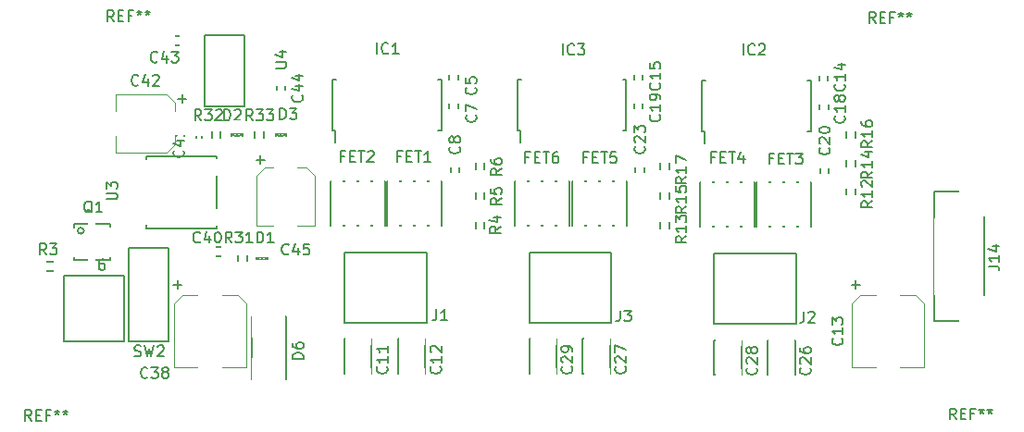
<source format=gto>
G04 #@! TF.GenerationSoftware,KiCad,Pcbnew,(5.0.0)*
G04 #@! TF.CreationDate,2019-07-10T12:28:10+09:00*
G04 #@! TF.ProjectId,MainCircuit_v2_bottom,4D61696E436972637569745F76325F62,rev?*
G04 #@! TF.SameCoordinates,Original*
G04 #@! TF.FileFunction,Legend,Top*
G04 #@! TF.FilePolarity,Positive*
%FSLAX46Y46*%
G04 Gerber Fmt 4.6, Leading zero omitted, Abs format (unit mm)*
G04 Created by KiCad (PCBNEW (5.0.0)) date 07/10/19 12:28:10*
%MOMM*%
%LPD*%
G01*
G04 APERTURE LIST*
%ADD10C,0.150000*%
%ADD11C,0.120000*%
%ADD12R,1.120000X2.180000*%
%ADD13R,1.200000X0.900000*%
%ADD14C,1.924000*%
%ADD15R,3.400000X2.000000*%
%ADD16C,1.600000*%
%ADD17R,0.730000X1.600000*%
%ADD18R,1.600000X0.730000*%
%ADD19R,1.700000X0.730000*%
%ADD20R,1.200000X1.200000*%
%ADD21R,2.000000X3.900000*%
%ADD22R,1.100000X1.200000*%
%ADD23R,3.134000X2.559000*%
%ADD24R,2.400000X2.400000*%
%ADD25C,2.400000*%
%ADD26R,1.200000X1.100000*%
%ADD27R,0.800000X1.500000*%
%ADD28R,1.942500X1.600000*%
%ADD29R,7.400000X5.900000*%
%ADD30R,3.600000X1.600000*%
%ADD31C,2.600000*%
%ADD32R,1.100000X0.900000*%
%ADD33R,2.000000X3.400000*%
%ADD34R,0.900000X1.200000*%
%ADD35R,1.900000X1.400000*%
%ADD36R,1.900000X3.700000*%
%ADD37R,2.400000X1.600000*%
%ADD38R,2.400000X2.600000*%
%ADD39R,1.650000X0.630000*%
%ADD40R,2.400000X2.200000*%
G04 APERTURE END LIST*
D10*
G04 #@! TO.C,FET2*
X133550000Y-91950000D02*
X138550000Y-91950000D01*
X133550000Y-95950000D02*
X133550000Y-91950000D01*
X138550000Y-95950000D02*
X133550000Y-95950000D01*
X138550000Y-91950000D02*
X138550000Y-95950000D01*
G04 #@! TO.C,R12*
X181550000Y-92100000D02*
X181550000Y-93700000D01*
X181550000Y-92100000D02*
X180750000Y-92100000D01*
X180750000Y-92100000D02*
X180750000Y-93700000D01*
X181550000Y-93700000D02*
X180750000Y-93700000D01*
G04 #@! TO.C,R15*
X164550000Y-92500000D02*
X164550000Y-94100000D01*
X164550000Y-92500000D02*
X163750000Y-92500000D01*
X163750000Y-92500000D02*
X163750000Y-94100000D01*
X164550000Y-94100000D02*
X163750000Y-94100000D01*
G04 #@! TO.C,J3*
X159250000Y-98450000D02*
X159250000Y-104850000D01*
X151750000Y-98450000D02*
X159250000Y-98450000D01*
X151750000Y-104850000D02*
X151750000Y-98450000D01*
X159250000Y-104850000D02*
X151750000Y-104850000D01*
D11*
G04 #@! TO.C,C42*
X118560000Y-83980000D02*
X113980000Y-83980000D01*
X119320000Y-84740000D02*
X118560000Y-83980000D01*
X118560000Y-89320000D02*
X119320000Y-88560000D01*
X113980000Y-89320000D02*
X118560000Y-89320000D01*
X119320000Y-88560000D02*
X119320000Y-87770000D01*
X119320000Y-84740000D02*
X119320000Y-85530000D01*
X113980000Y-89320000D02*
X113980000Y-87770000D01*
X113980000Y-83980000D02*
X113980000Y-85530000D01*
D10*
G04 #@! TO.C,R32*
X122750000Y-88500000D02*
X122750000Y-86900000D01*
X122750000Y-88500000D02*
X123550000Y-88500000D01*
X123550000Y-88500000D02*
X123550000Y-86900000D01*
X122750000Y-86900000D02*
X123550000Y-86900000D01*
G04 #@! TO.C,SW2*
X118750000Y-98050000D02*
X115150000Y-98050000D01*
X118750000Y-106550000D02*
X118750000Y-98050000D01*
X115150000Y-106550000D02*
X118750000Y-106550000D01*
X115150000Y-98050000D02*
X115150000Y-106550000D01*
G04 #@! TO.C,Q1*
X111032843Y-96450000D02*
G75*
G03X111032843Y-96450000I-282843J0D01*
G01*
X110100000Y-99150000D02*
X110100000Y-95850000D01*
X110100000Y-99150000D02*
X113400000Y-99150000D01*
X110100000Y-95850000D02*
X113400000Y-95850000D01*
X113400000Y-95850000D02*
X113400000Y-99150000D01*
G04 #@! TO.C,D2*
X125050000Y-88450000D02*
X125050000Y-86950000D01*
X124550000Y-87950000D02*
X125550000Y-87950000D01*
X125550000Y-87550000D02*
X124550000Y-87550000D01*
X125050000Y-87950000D02*
X125550000Y-87550000D01*
X124550000Y-87550000D02*
X125050000Y-87950000D01*
X125550000Y-88450000D02*
X124550000Y-88450000D01*
X125550000Y-86950000D02*
X125550000Y-88450000D01*
X124550000Y-86950000D02*
X125550000Y-86950000D01*
X124550000Y-88450000D02*
X124550000Y-86950000D01*
G04 #@! TO.C,R31*
X125150000Y-99800000D02*
X125150000Y-98200000D01*
X125150000Y-99800000D02*
X125950000Y-99800000D01*
X125950000Y-99800000D02*
X125950000Y-98200000D01*
X125150000Y-98200000D02*
X125950000Y-98200000D01*
D11*
G04 #@! TO.C,C38*
X119250000Y-108950000D02*
X121430000Y-108950000D01*
X125850000Y-108950000D02*
X123670000Y-108950000D01*
X120010000Y-102350000D02*
X121430000Y-102350000D01*
X125090000Y-102350000D02*
X123670000Y-102350000D01*
X119250000Y-108950000D02*
X119250000Y-103110000D01*
X119250000Y-103110000D02*
X120010000Y-102350000D01*
X125090000Y-102350000D02*
X125850000Y-103110000D01*
X125850000Y-103110000D02*
X125850000Y-108950000D01*
D10*
G04 #@! TO.C,C40*
X122500000Y-98750000D02*
X124100000Y-98750000D01*
X122500000Y-97950000D02*
X122500000Y-98750000D01*
X122500000Y-97950000D02*
X124100000Y-97950000D01*
X124100000Y-97950000D02*
X124100000Y-98750000D01*
G04 #@! TO.C,D1*
X127350000Y-99750000D02*
X127350000Y-98250000D01*
X126850000Y-99250000D02*
X127850000Y-99250000D01*
X127850000Y-98850000D02*
X126850000Y-98850000D01*
X127350000Y-99250000D02*
X127850000Y-98850000D01*
X126850000Y-98850000D02*
X127350000Y-99250000D01*
X127850000Y-99750000D02*
X126850000Y-99750000D01*
X127850000Y-98250000D02*
X127850000Y-99750000D01*
X126850000Y-98250000D02*
X127850000Y-98250000D01*
X126850000Y-99750000D02*
X126850000Y-98250000D01*
G04 #@! TO.C,D6*
X129550000Y-110050000D02*
X129550000Y-104250000D01*
X126350000Y-110050000D02*
X129550000Y-110050000D01*
X126350000Y-104250000D02*
X126350000Y-110050000D01*
X129550000Y-104250000D02*
X126350000Y-104250000D01*
G04 #@! TO.C,J6*
X109200000Y-100600000D02*
X109200000Y-106600000D01*
X109200000Y-106600000D02*
X114700000Y-106600000D01*
X114700000Y-100600000D02*
X114700000Y-106600000D01*
X109200000Y-100600000D02*
X114700000Y-100600000D01*
G04 #@! TO.C,C18*
X179100000Y-86000000D02*
X179100000Y-84400000D01*
X178300000Y-86000000D02*
X179100000Y-86000000D01*
X178300000Y-86000000D02*
X178300000Y-84400000D01*
X178300000Y-84400000D02*
X179100000Y-84400000D01*
G04 #@! TO.C,C20*
X178350000Y-90200000D02*
X178350000Y-91800000D01*
X179150000Y-90200000D02*
X178350000Y-90200000D01*
X179150000Y-90200000D02*
X179150000Y-91800000D01*
X179150000Y-91800000D02*
X178350000Y-91800000D01*
G04 #@! TO.C,C23*
X161450000Y-90100000D02*
X161450000Y-91700000D01*
X162250000Y-90100000D02*
X161450000Y-90100000D01*
X162250000Y-90100000D02*
X162250000Y-91700000D01*
X162250000Y-91700000D02*
X161450000Y-91700000D01*
G04 #@! TO.C,IC1*
X133775000Y-87275000D02*
X134000000Y-87275000D01*
X133775000Y-82625000D02*
X134100000Y-82625000D01*
X143725000Y-82625000D02*
X143400000Y-82625000D01*
X143725000Y-87275000D02*
X143400000Y-87275000D01*
X133775000Y-87275000D02*
X133775000Y-82625000D01*
X143725000Y-87275000D02*
X143725000Y-82625000D01*
X134000000Y-87275000D02*
X134000000Y-88350000D01*
G04 #@! TO.C,FET1*
X138750000Y-91950000D02*
X143750000Y-91950000D01*
X138750000Y-95950000D02*
X138750000Y-91950000D01*
X143750000Y-95950000D02*
X138750000Y-95950000D01*
X143750000Y-91950000D02*
X143750000Y-95950000D01*
G04 #@! TO.C,C14*
X178250000Y-81700000D02*
X178250000Y-83300000D01*
X179050000Y-81700000D02*
X178250000Y-81700000D01*
X179050000Y-81700000D02*
X179050000Y-83300000D01*
X179050000Y-83300000D02*
X178250000Y-83300000D01*
G04 #@! TO.C,R6*
X147650000Y-89800000D02*
X147650000Y-91400000D01*
X147650000Y-89800000D02*
X146850000Y-89800000D01*
X146850000Y-89800000D02*
X146850000Y-91400000D01*
X147650000Y-91400000D02*
X146850000Y-91400000D01*
G04 #@! TO.C,C43*
X120400000Y-78650000D02*
X118800000Y-78650000D01*
X120400000Y-79450000D02*
X120400000Y-78650000D01*
X120400000Y-79450000D02*
X118800000Y-79450000D01*
X118800000Y-79450000D02*
X118800000Y-78650000D01*
G04 #@! TO.C,U3*
X123150000Y-89650000D02*
X116750000Y-89650000D01*
X116750000Y-96250000D02*
X123150000Y-96250000D01*
X123050000Y-96250000D02*
X123150000Y-96250000D01*
X123150000Y-96250000D02*
X123050000Y-96250000D01*
X123150000Y-89650000D02*
X123150000Y-96250000D01*
X116750000Y-89650000D02*
X116750000Y-96250000D01*
G04 #@! TO.C,C41*
X121300000Y-87400000D02*
X121800000Y-87400000D01*
X121300000Y-88400000D02*
X121300000Y-87400000D01*
X121800000Y-88400000D02*
X121300000Y-88400000D01*
X121800000Y-87400000D02*
X121800000Y-88400000D01*
G04 #@! TO.C,C44*
X128650000Y-82600000D02*
X128650000Y-84200000D01*
X129450000Y-82600000D02*
X128650000Y-82600000D01*
X129450000Y-82600000D02*
X129450000Y-84200000D01*
X129450000Y-84200000D02*
X128650000Y-84200000D01*
D11*
G04 #@! TO.C,C45*
X126780000Y-96020000D02*
X128330000Y-96020000D01*
X132120000Y-96020000D02*
X130570000Y-96020000D01*
X127540000Y-90680000D02*
X128330000Y-90680000D01*
X131360000Y-90680000D02*
X130570000Y-90680000D01*
X132120000Y-96020000D02*
X132120000Y-91440000D01*
X132120000Y-91440000D02*
X131360000Y-90680000D01*
X127540000Y-90680000D02*
X126780000Y-91440000D01*
X126780000Y-91440000D02*
X126780000Y-96020000D01*
D10*
G04 #@! TO.C,D3*
X129050000Y-88450000D02*
X129050000Y-86950000D01*
X128550000Y-87950000D02*
X129550000Y-87950000D01*
X129550000Y-87550000D02*
X128550000Y-87550000D01*
X129050000Y-87950000D02*
X129550000Y-87550000D01*
X128550000Y-87550000D02*
X129050000Y-87950000D01*
X129550000Y-88450000D02*
X128550000Y-88450000D01*
X129550000Y-86950000D02*
X129550000Y-88450000D01*
X128550000Y-86950000D02*
X129550000Y-86950000D01*
X128550000Y-88450000D02*
X128550000Y-86950000D01*
G04 #@! TO.C,R30*
X107150000Y-99300000D02*
X108750000Y-99300000D01*
X107150000Y-99300000D02*
X107150000Y-100100000D01*
X107150000Y-100100000D02*
X108750000Y-100100000D01*
X108750000Y-99300000D02*
X108750000Y-100100000D01*
G04 #@! TO.C,R33*
X126650000Y-88500000D02*
X126650000Y-86900000D01*
X126650000Y-88500000D02*
X127450000Y-88500000D01*
X127450000Y-88500000D02*
X127450000Y-86900000D01*
X126650000Y-86900000D02*
X127450000Y-86900000D01*
G04 #@! TO.C,U4*
X125750000Y-85050000D02*
X122050000Y-85050000D01*
X125750000Y-78550000D02*
X125750000Y-85050000D01*
X122050000Y-78550000D02*
X125750000Y-78550000D01*
X122050000Y-85050000D02*
X122050000Y-78550000D01*
G04 #@! TO.C,C5*
X144450000Y-81600000D02*
X144450000Y-83200000D01*
X145250000Y-81600000D02*
X144450000Y-81600000D01*
X145250000Y-81600000D02*
X145250000Y-83200000D01*
X145250000Y-83200000D02*
X144450000Y-83200000D01*
G04 #@! TO.C,C7*
X144450000Y-84300000D02*
X145250000Y-84300000D01*
X144450000Y-85900000D02*
X144450000Y-84300000D01*
X144450000Y-85900000D02*
X145250000Y-85900000D01*
X145250000Y-85900000D02*
X145250000Y-84300000D01*
G04 #@! TO.C,C8*
X144550000Y-90100000D02*
X144550000Y-91700000D01*
X145350000Y-90100000D02*
X144550000Y-90100000D01*
X145350000Y-90100000D02*
X145350000Y-91700000D01*
X145350000Y-91700000D02*
X144550000Y-91700000D01*
G04 #@! TO.C,C11*
X134850000Y-106350000D02*
X137350000Y-106350000D01*
X134850000Y-109550000D02*
X134850000Y-106350000D01*
X137350000Y-109550000D02*
X134850000Y-109550000D01*
X137350000Y-106350000D02*
X137350000Y-109550000D01*
G04 #@! TO.C,C12*
X142250000Y-106350000D02*
X142250000Y-109550000D01*
X142250000Y-109550000D02*
X139750000Y-109550000D01*
X139750000Y-109550000D02*
X139750000Y-106350000D01*
X139750000Y-106350000D02*
X142250000Y-106350000D01*
D11*
G04 #@! TO.C,C13*
X187850000Y-103110000D02*
X187850000Y-108950000D01*
X187090000Y-102350000D02*
X187850000Y-103110000D01*
X181250000Y-103110000D02*
X182010000Y-102350000D01*
X181250000Y-108950000D02*
X181250000Y-103110000D01*
X187090000Y-102350000D02*
X185670000Y-102350000D01*
X182010000Y-102350000D02*
X183430000Y-102350000D01*
X187850000Y-108950000D02*
X185670000Y-108950000D01*
X181250000Y-108950000D02*
X183430000Y-108950000D01*
D10*
G04 #@! TO.C,C15*
X162150000Y-83200000D02*
X161350000Y-83200000D01*
X162150000Y-81600000D02*
X162150000Y-83200000D01*
X162150000Y-81600000D02*
X161350000Y-81600000D01*
X161350000Y-81600000D02*
X161350000Y-83200000D01*
G04 #@! TO.C,C19*
X162150000Y-85900000D02*
X162150000Y-84300000D01*
X161350000Y-85900000D02*
X162150000Y-85900000D01*
X161350000Y-85900000D02*
X161350000Y-84300000D01*
X161350000Y-84300000D02*
X162150000Y-84300000D01*
G04 #@! TO.C,C26*
X176050000Y-106450000D02*
X176050000Y-109650000D01*
X176050000Y-109650000D02*
X173550000Y-109650000D01*
X173550000Y-109650000D02*
X173550000Y-106450000D01*
X173550000Y-106450000D02*
X176050000Y-106450000D01*
G04 #@! TO.C,C27*
X159150000Y-106350000D02*
X159150000Y-109550000D01*
X159150000Y-109550000D02*
X156650000Y-109550000D01*
X156650000Y-109550000D02*
X156650000Y-106350000D01*
X156650000Y-106350000D02*
X159150000Y-106350000D01*
G04 #@! TO.C,C28*
X168650000Y-106450000D02*
X171150000Y-106450000D01*
X168650000Y-109650000D02*
X168650000Y-106450000D01*
X171150000Y-109650000D02*
X168650000Y-109650000D01*
X171150000Y-106450000D02*
X171150000Y-109650000D01*
G04 #@! TO.C,C29*
X151750000Y-106350000D02*
X154250000Y-106350000D01*
X151750000Y-109550000D02*
X151750000Y-106350000D01*
X154250000Y-109550000D02*
X151750000Y-109550000D01*
X154250000Y-106350000D02*
X154250000Y-109550000D01*
G04 #@! TO.C,FET3*
X172550000Y-92050000D02*
X177550000Y-92050000D01*
X172550000Y-96050000D02*
X172550000Y-92050000D01*
X177550000Y-96050000D02*
X172550000Y-96050000D01*
X177550000Y-92050000D02*
X177550000Y-96050000D01*
G04 #@! TO.C,FET4*
X172350000Y-92050000D02*
X172350000Y-96050000D01*
X172350000Y-96050000D02*
X167350000Y-96050000D01*
X167350000Y-96050000D02*
X167350000Y-92050000D01*
X167350000Y-92050000D02*
X172350000Y-92050000D01*
G04 #@! TO.C,FET5*
X160650000Y-91950000D02*
X160650000Y-95950000D01*
X160650000Y-95950000D02*
X155650000Y-95950000D01*
X155650000Y-95950000D02*
X155650000Y-91950000D01*
X155650000Y-91950000D02*
X160650000Y-91950000D01*
G04 #@! TO.C,FET6*
X150450000Y-91950000D02*
X155450000Y-91950000D01*
X150450000Y-95950000D02*
X150450000Y-91950000D01*
X155450000Y-95950000D02*
X150450000Y-95950000D01*
X155450000Y-91950000D02*
X155450000Y-95950000D01*
G04 #@! TO.C,IC2*
X167575000Y-87375000D02*
X167800000Y-87375000D01*
X167575000Y-82725000D02*
X167900000Y-82725000D01*
X177525000Y-82725000D02*
X177200000Y-82725000D01*
X177525000Y-87375000D02*
X177200000Y-87375000D01*
X167575000Y-87375000D02*
X167575000Y-82725000D01*
X177525000Y-87375000D02*
X177525000Y-82725000D01*
X167800000Y-87375000D02*
X167800000Y-88450000D01*
G04 #@! TO.C,IC3*
X150900000Y-87275000D02*
X150900000Y-88350000D01*
X160625000Y-87275000D02*
X160625000Y-82625000D01*
X150675000Y-87275000D02*
X150675000Y-82625000D01*
X160625000Y-87275000D02*
X160300000Y-87275000D01*
X160625000Y-82625000D02*
X160300000Y-82625000D01*
X150675000Y-82625000D02*
X151000000Y-82625000D01*
X150675000Y-87275000D02*
X150900000Y-87275000D01*
G04 #@! TO.C,J1*
X142350000Y-98450000D02*
X142350000Y-104850000D01*
X134850000Y-98450000D02*
X142350000Y-98450000D01*
X134850000Y-104850000D02*
X134850000Y-98450000D01*
X142350000Y-104850000D02*
X134850000Y-104850000D01*
G04 #@! TO.C,J2*
X176150000Y-104950000D02*
X168650000Y-104950000D01*
X168650000Y-104950000D02*
X168650000Y-98550000D01*
X168650000Y-98550000D02*
X176150000Y-98550000D01*
X176150000Y-98550000D02*
X176150000Y-104950000D01*
G04 #@! TO.C,J14*
X193350000Y-92850000D02*
X193350000Y-104750000D01*
X193350000Y-104750000D02*
X188750000Y-104750000D01*
X188750000Y-104750000D02*
X188750000Y-92850000D01*
X188750000Y-92850000D02*
X193350000Y-92850000D01*
G04 #@! TO.C,R4*
X147650000Y-95200000D02*
X147650000Y-96800000D01*
X147650000Y-95200000D02*
X146850000Y-95200000D01*
X146850000Y-95200000D02*
X146850000Y-96800000D01*
X147650000Y-96800000D02*
X146850000Y-96800000D01*
G04 #@! TO.C,R5*
X147650000Y-94100000D02*
X146850000Y-94100000D01*
X146850000Y-92500000D02*
X146850000Y-94100000D01*
X147650000Y-92500000D02*
X146850000Y-92500000D01*
X147650000Y-92500000D02*
X147650000Y-94100000D01*
G04 #@! TO.C,R13*
X164550000Y-96800000D02*
X163750000Y-96800000D01*
X163750000Y-95200000D02*
X163750000Y-96800000D01*
X164550000Y-95200000D02*
X163750000Y-95200000D01*
X164550000Y-95200000D02*
X164550000Y-96800000D01*
G04 #@! TO.C,R14*
X181550000Y-91100000D02*
X180750000Y-91100000D01*
X180750000Y-89500000D02*
X180750000Y-91100000D01*
X181550000Y-89500000D02*
X180750000Y-89500000D01*
X181550000Y-89500000D02*
X181550000Y-91100000D01*
G04 #@! TO.C,R16*
X181550000Y-88500000D02*
X180750000Y-88500000D01*
X180750000Y-86900000D02*
X180750000Y-88500000D01*
X181550000Y-86900000D02*
X180750000Y-86900000D01*
X181550000Y-86900000D02*
X181550000Y-88500000D01*
G04 #@! TO.C,R17*
X164550000Y-89800000D02*
X164550000Y-91400000D01*
X164550000Y-89800000D02*
X163750000Y-89800000D01*
X163750000Y-89800000D02*
X163750000Y-91400000D01*
X164550000Y-91400000D02*
X163750000Y-91400000D01*
G04 #@! TO.C,FET2*
X134833333Y-89628571D02*
X134500000Y-89628571D01*
X134500000Y-90152380D02*
X134500000Y-89152380D01*
X134976190Y-89152380D01*
X135357142Y-89628571D02*
X135690476Y-89628571D01*
X135833333Y-90152380D02*
X135357142Y-90152380D01*
X135357142Y-89152380D01*
X135833333Y-89152380D01*
X136119047Y-89152380D02*
X136690476Y-89152380D01*
X136404761Y-90152380D02*
X136404761Y-89152380D01*
X136976190Y-89247619D02*
X137023809Y-89200000D01*
X137119047Y-89152380D01*
X137357142Y-89152380D01*
X137452380Y-89200000D01*
X137500000Y-89247619D01*
X137547619Y-89342857D01*
X137547619Y-89438095D01*
X137500000Y-89580952D01*
X136928571Y-90152380D01*
X137547619Y-90152380D01*
G04 #@! TO.C,R12*
X183127380Y-93742857D02*
X182651190Y-94076190D01*
X183127380Y-94314285D02*
X182127380Y-94314285D01*
X182127380Y-93933333D01*
X182175000Y-93838095D01*
X182222619Y-93790476D01*
X182317857Y-93742857D01*
X182460714Y-93742857D01*
X182555952Y-93790476D01*
X182603571Y-93838095D01*
X182651190Y-93933333D01*
X182651190Y-94314285D01*
X183127380Y-92790476D02*
X183127380Y-93361904D01*
X183127380Y-93076190D02*
X182127380Y-93076190D01*
X182270238Y-93171428D01*
X182365476Y-93266666D01*
X182413095Y-93361904D01*
X182222619Y-92409523D02*
X182175000Y-92361904D01*
X182127380Y-92266666D01*
X182127380Y-92028571D01*
X182175000Y-91933333D01*
X182222619Y-91885714D01*
X182317857Y-91838095D01*
X182413095Y-91838095D01*
X182555952Y-91885714D01*
X183127380Y-92457142D01*
X183127380Y-91838095D01*
G04 #@! TO.C,R15*
X166127380Y-94242857D02*
X165651190Y-94576190D01*
X166127380Y-94814285D02*
X165127380Y-94814285D01*
X165127380Y-94433333D01*
X165175000Y-94338095D01*
X165222619Y-94290476D01*
X165317857Y-94242857D01*
X165460714Y-94242857D01*
X165555952Y-94290476D01*
X165603571Y-94338095D01*
X165651190Y-94433333D01*
X165651190Y-94814285D01*
X166127380Y-93290476D02*
X166127380Y-93861904D01*
X166127380Y-93576190D02*
X165127380Y-93576190D01*
X165270238Y-93671428D01*
X165365476Y-93766666D01*
X165413095Y-93861904D01*
X165127380Y-92385714D02*
X165127380Y-92861904D01*
X165603571Y-92909523D01*
X165555952Y-92861904D01*
X165508333Y-92766666D01*
X165508333Y-92528571D01*
X165555952Y-92433333D01*
X165603571Y-92385714D01*
X165698809Y-92338095D01*
X165936904Y-92338095D01*
X166032142Y-92385714D01*
X166079761Y-92433333D01*
X166127380Y-92528571D01*
X166127380Y-92766666D01*
X166079761Y-92861904D01*
X166032142Y-92909523D01*
G04 #@! TO.C,J3*
X160066666Y-103752380D02*
X160066666Y-104466666D01*
X160019047Y-104609523D01*
X159923809Y-104704761D01*
X159780952Y-104752380D01*
X159685714Y-104752380D01*
X160447619Y-103752380D02*
X161066666Y-103752380D01*
X160733333Y-104133333D01*
X160876190Y-104133333D01*
X160971428Y-104180952D01*
X161019047Y-104228571D01*
X161066666Y-104323809D01*
X161066666Y-104561904D01*
X161019047Y-104657142D01*
X160971428Y-104704761D01*
X160876190Y-104752380D01*
X160590476Y-104752380D01*
X160495238Y-104704761D01*
X160447619Y-104657142D01*
G04 #@! TO.C,C42*
X116007142Y-83087142D02*
X115959523Y-83134761D01*
X115816666Y-83182380D01*
X115721428Y-83182380D01*
X115578571Y-83134761D01*
X115483333Y-83039523D01*
X115435714Y-82944285D01*
X115388095Y-82753809D01*
X115388095Y-82610952D01*
X115435714Y-82420476D01*
X115483333Y-82325238D01*
X115578571Y-82230000D01*
X115721428Y-82182380D01*
X115816666Y-82182380D01*
X115959523Y-82230000D01*
X116007142Y-82277619D01*
X116864285Y-82515714D02*
X116864285Y-83182380D01*
X116626190Y-82134761D02*
X116388095Y-82849047D01*
X117007142Y-82849047D01*
X117340476Y-82277619D02*
X117388095Y-82230000D01*
X117483333Y-82182380D01*
X117721428Y-82182380D01*
X117816666Y-82230000D01*
X117864285Y-82277619D01*
X117911904Y-82372857D01*
X117911904Y-82468095D01*
X117864285Y-82610952D01*
X117292857Y-83182380D01*
X117911904Y-83182380D01*
X119649047Y-84371428D02*
X120410952Y-84371428D01*
X120030000Y-84752380D02*
X120030000Y-83990476D01*
G04 #@! TO.C,R32*
X121757142Y-86352380D02*
X121423809Y-85876190D01*
X121185714Y-86352380D02*
X121185714Y-85352380D01*
X121566666Y-85352380D01*
X121661904Y-85400000D01*
X121709523Y-85447619D01*
X121757142Y-85542857D01*
X121757142Y-85685714D01*
X121709523Y-85780952D01*
X121661904Y-85828571D01*
X121566666Y-85876190D01*
X121185714Y-85876190D01*
X122090476Y-85352380D02*
X122709523Y-85352380D01*
X122376190Y-85733333D01*
X122519047Y-85733333D01*
X122614285Y-85780952D01*
X122661904Y-85828571D01*
X122709523Y-85923809D01*
X122709523Y-86161904D01*
X122661904Y-86257142D01*
X122614285Y-86304761D01*
X122519047Y-86352380D01*
X122233333Y-86352380D01*
X122138095Y-86304761D01*
X122090476Y-86257142D01*
X123090476Y-85447619D02*
X123138095Y-85400000D01*
X123233333Y-85352380D01*
X123471428Y-85352380D01*
X123566666Y-85400000D01*
X123614285Y-85447619D01*
X123661904Y-85542857D01*
X123661904Y-85638095D01*
X123614285Y-85780952D01*
X123042857Y-86352380D01*
X123661904Y-86352380D01*
G04 #@! TO.C,SW2*
X115666666Y-107904761D02*
X115809523Y-107952380D01*
X116047619Y-107952380D01*
X116142857Y-107904761D01*
X116190476Y-107857142D01*
X116238095Y-107761904D01*
X116238095Y-107666666D01*
X116190476Y-107571428D01*
X116142857Y-107523809D01*
X116047619Y-107476190D01*
X115857142Y-107428571D01*
X115761904Y-107380952D01*
X115714285Y-107333333D01*
X115666666Y-107238095D01*
X115666666Y-107142857D01*
X115714285Y-107047619D01*
X115761904Y-107000000D01*
X115857142Y-106952380D01*
X116095238Y-106952380D01*
X116238095Y-107000000D01*
X116571428Y-106952380D02*
X116809523Y-107952380D01*
X117000000Y-107238095D01*
X117190476Y-107952380D01*
X117428571Y-106952380D01*
X117761904Y-107047619D02*
X117809523Y-107000000D01*
X117904761Y-106952380D01*
X118142857Y-106952380D01*
X118238095Y-107000000D01*
X118285714Y-107047619D01*
X118333333Y-107142857D01*
X118333333Y-107238095D01*
X118285714Y-107380952D01*
X117714285Y-107952380D01*
X118333333Y-107952380D01*
G04 #@! TO.C,Q1*
X111804761Y-94847619D02*
X111709523Y-94800000D01*
X111614285Y-94704761D01*
X111471428Y-94561904D01*
X111376190Y-94514285D01*
X111280952Y-94514285D01*
X111328571Y-94752380D02*
X111233333Y-94704761D01*
X111138095Y-94609523D01*
X111090476Y-94419047D01*
X111090476Y-94085714D01*
X111138095Y-93895238D01*
X111233333Y-93800000D01*
X111328571Y-93752380D01*
X111519047Y-93752380D01*
X111614285Y-93800000D01*
X111709523Y-93895238D01*
X111757142Y-94085714D01*
X111757142Y-94419047D01*
X111709523Y-94609523D01*
X111614285Y-94704761D01*
X111519047Y-94752380D01*
X111328571Y-94752380D01*
X112709523Y-94752380D02*
X112138095Y-94752380D01*
X112423809Y-94752380D02*
X112423809Y-93752380D01*
X112328571Y-93895238D01*
X112233333Y-93990476D01*
X112138095Y-94038095D01*
G04 #@! TO.C,D2*
X123861904Y-86352380D02*
X123861904Y-85352380D01*
X124100000Y-85352380D01*
X124242857Y-85400000D01*
X124338095Y-85495238D01*
X124385714Y-85590476D01*
X124433333Y-85780952D01*
X124433333Y-85923809D01*
X124385714Y-86114285D01*
X124338095Y-86209523D01*
X124242857Y-86304761D01*
X124100000Y-86352380D01*
X123861904Y-86352380D01*
X124814285Y-85447619D02*
X124861904Y-85400000D01*
X124957142Y-85352380D01*
X125195238Y-85352380D01*
X125290476Y-85400000D01*
X125338095Y-85447619D01*
X125385714Y-85542857D01*
X125385714Y-85638095D01*
X125338095Y-85780952D01*
X124766666Y-86352380D01*
X125385714Y-86352380D01*
G04 #@! TO.C,R31*
X124557142Y-97552380D02*
X124223809Y-97076190D01*
X123985714Y-97552380D02*
X123985714Y-96552380D01*
X124366666Y-96552380D01*
X124461904Y-96600000D01*
X124509523Y-96647619D01*
X124557142Y-96742857D01*
X124557142Y-96885714D01*
X124509523Y-96980952D01*
X124461904Y-97028571D01*
X124366666Y-97076190D01*
X123985714Y-97076190D01*
X124890476Y-96552380D02*
X125509523Y-96552380D01*
X125176190Y-96933333D01*
X125319047Y-96933333D01*
X125414285Y-96980952D01*
X125461904Y-97028571D01*
X125509523Y-97123809D01*
X125509523Y-97361904D01*
X125461904Y-97457142D01*
X125414285Y-97504761D01*
X125319047Y-97552380D01*
X125033333Y-97552380D01*
X124938095Y-97504761D01*
X124890476Y-97457142D01*
X126461904Y-97552380D02*
X125890476Y-97552380D01*
X126176190Y-97552380D02*
X126176190Y-96552380D01*
X126080952Y-96695238D01*
X125985714Y-96790476D01*
X125890476Y-96838095D01*
G04 #@! TO.C,C38*
X116857142Y-109857142D02*
X116809523Y-109904761D01*
X116666666Y-109952380D01*
X116571428Y-109952380D01*
X116428571Y-109904761D01*
X116333333Y-109809523D01*
X116285714Y-109714285D01*
X116238095Y-109523809D01*
X116238095Y-109380952D01*
X116285714Y-109190476D01*
X116333333Y-109095238D01*
X116428571Y-109000000D01*
X116571428Y-108952380D01*
X116666666Y-108952380D01*
X116809523Y-109000000D01*
X116857142Y-109047619D01*
X117190476Y-108952380D02*
X117809523Y-108952380D01*
X117476190Y-109333333D01*
X117619047Y-109333333D01*
X117714285Y-109380952D01*
X117761904Y-109428571D01*
X117809523Y-109523809D01*
X117809523Y-109761904D01*
X117761904Y-109857142D01*
X117714285Y-109904761D01*
X117619047Y-109952380D01*
X117333333Y-109952380D01*
X117238095Y-109904761D01*
X117190476Y-109857142D01*
X118380952Y-109380952D02*
X118285714Y-109333333D01*
X118238095Y-109285714D01*
X118190476Y-109190476D01*
X118190476Y-109142857D01*
X118238095Y-109047619D01*
X118285714Y-109000000D01*
X118380952Y-108952380D01*
X118571428Y-108952380D01*
X118666666Y-109000000D01*
X118714285Y-109047619D01*
X118761904Y-109142857D01*
X118761904Y-109190476D01*
X118714285Y-109285714D01*
X118666666Y-109333333D01*
X118571428Y-109380952D01*
X118380952Y-109380952D01*
X118285714Y-109428571D01*
X118238095Y-109476190D01*
X118190476Y-109571428D01*
X118190476Y-109761904D01*
X118238095Y-109857142D01*
X118285714Y-109904761D01*
X118380952Y-109952380D01*
X118571428Y-109952380D01*
X118666666Y-109904761D01*
X118714285Y-109857142D01*
X118761904Y-109761904D01*
X118761904Y-109571428D01*
X118714285Y-109476190D01*
X118666666Y-109428571D01*
X118571428Y-109380952D01*
X119611428Y-101750952D02*
X119611428Y-100989047D01*
X119992380Y-101370000D02*
X119230476Y-101370000D01*
G04 #@! TO.C,C40*
X121657142Y-97457142D02*
X121609523Y-97504761D01*
X121466666Y-97552380D01*
X121371428Y-97552380D01*
X121228571Y-97504761D01*
X121133333Y-97409523D01*
X121085714Y-97314285D01*
X121038095Y-97123809D01*
X121038095Y-96980952D01*
X121085714Y-96790476D01*
X121133333Y-96695238D01*
X121228571Y-96600000D01*
X121371428Y-96552380D01*
X121466666Y-96552380D01*
X121609523Y-96600000D01*
X121657142Y-96647619D01*
X122514285Y-96885714D02*
X122514285Y-97552380D01*
X122276190Y-96504761D02*
X122038095Y-97219047D01*
X122657142Y-97219047D01*
X123228571Y-96552380D02*
X123323809Y-96552380D01*
X123419047Y-96600000D01*
X123466666Y-96647619D01*
X123514285Y-96742857D01*
X123561904Y-96933333D01*
X123561904Y-97171428D01*
X123514285Y-97361904D01*
X123466666Y-97457142D01*
X123419047Y-97504761D01*
X123323809Y-97552380D01*
X123228571Y-97552380D01*
X123133333Y-97504761D01*
X123085714Y-97457142D01*
X123038095Y-97361904D01*
X122990476Y-97171428D01*
X122990476Y-96933333D01*
X123038095Y-96742857D01*
X123085714Y-96647619D01*
X123133333Y-96600000D01*
X123228571Y-96552380D01*
G04 #@! TO.C,D1*
X126861904Y-97552380D02*
X126861904Y-96552380D01*
X127100000Y-96552380D01*
X127242857Y-96600000D01*
X127338095Y-96695238D01*
X127385714Y-96790476D01*
X127433333Y-96980952D01*
X127433333Y-97123809D01*
X127385714Y-97314285D01*
X127338095Y-97409523D01*
X127242857Y-97504761D01*
X127100000Y-97552380D01*
X126861904Y-97552380D01*
X128385714Y-97552380D02*
X127814285Y-97552380D01*
X128100000Y-97552380D02*
X128100000Y-96552380D01*
X128004761Y-96695238D01*
X127909523Y-96790476D01*
X127814285Y-96838095D01*
G04 #@! TO.C,D6*
X131102380Y-108188095D02*
X130102380Y-108188095D01*
X130102380Y-107950000D01*
X130150000Y-107807142D01*
X130245238Y-107711904D01*
X130340476Y-107664285D01*
X130530952Y-107616666D01*
X130673809Y-107616666D01*
X130864285Y-107664285D01*
X130959523Y-107711904D01*
X131054761Y-107807142D01*
X131102380Y-107950000D01*
X131102380Y-108188095D01*
X130102380Y-106759523D02*
X130102380Y-106950000D01*
X130150000Y-107045238D01*
X130197619Y-107092857D01*
X130340476Y-107188095D01*
X130530952Y-107235714D01*
X130911904Y-107235714D01*
X131007142Y-107188095D01*
X131054761Y-107140476D01*
X131102380Y-107045238D01*
X131102380Y-106854761D01*
X131054761Y-106759523D01*
X131007142Y-106711904D01*
X130911904Y-106664285D01*
X130673809Y-106664285D01*
X130578571Y-106711904D01*
X130530952Y-106759523D01*
X130483333Y-106854761D01*
X130483333Y-107045238D01*
X130530952Y-107140476D01*
X130578571Y-107188095D01*
X130673809Y-107235714D01*
G04 #@! TO.C,J6*
X111966666Y-99052380D02*
X111966666Y-99766666D01*
X111919047Y-99909523D01*
X111823809Y-100004761D01*
X111680952Y-100052380D01*
X111585714Y-100052380D01*
X112871428Y-99052380D02*
X112680952Y-99052380D01*
X112585714Y-99100000D01*
X112538095Y-99147619D01*
X112442857Y-99290476D01*
X112395238Y-99480952D01*
X112395238Y-99861904D01*
X112442857Y-99957142D01*
X112490476Y-100004761D01*
X112585714Y-100052380D01*
X112776190Y-100052380D01*
X112871428Y-100004761D01*
X112919047Y-99957142D01*
X112966666Y-99861904D01*
X112966666Y-99623809D01*
X112919047Y-99528571D01*
X112871428Y-99480952D01*
X112776190Y-99433333D01*
X112585714Y-99433333D01*
X112490476Y-99480952D01*
X112442857Y-99528571D01*
X112395238Y-99623809D01*
G04 #@! TO.C,C18*
X180557142Y-85942857D02*
X180604761Y-85990476D01*
X180652380Y-86133333D01*
X180652380Y-86228571D01*
X180604761Y-86371428D01*
X180509523Y-86466666D01*
X180414285Y-86514285D01*
X180223809Y-86561904D01*
X180080952Y-86561904D01*
X179890476Y-86514285D01*
X179795238Y-86466666D01*
X179700000Y-86371428D01*
X179652380Y-86228571D01*
X179652380Y-86133333D01*
X179700000Y-85990476D01*
X179747619Y-85942857D01*
X180652380Y-84990476D02*
X180652380Y-85561904D01*
X180652380Y-85276190D02*
X179652380Y-85276190D01*
X179795238Y-85371428D01*
X179890476Y-85466666D01*
X179938095Y-85561904D01*
X180080952Y-84419047D02*
X180033333Y-84514285D01*
X179985714Y-84561904D01*
X179890476Y-84609523D01*
X179842857Y-84609523D01*
X179747619Y-84561904D01*
X179700000Y-84514285D01*
X179652380Y-84419047D01*
X179652380Y-84228571D01*
X179700000Y-84133333D01*
X179747619Y-84085714D01*
X179842857Y-84038095D01*
X179890476Y-84038095D01*
X179985714Y-84085714D01*
X180033333Y-84133333D01*
X180080952Y-84228571D01*
X180080952Y-84419047D01*
X180128571Y-84514285D01*
X180176190Y-84561904D01*
X180271428Y-84609523D01*
X180461904Y-84609523D01*
X180557142Y-84561904D01*
X180604761Y-84514285D01*
X180652380Y-84419047D01*
X180652380Y-84228571D01*
X180604761Y-84133333D01*
X180557142Y-84085714D01*
X180461904Y-84038095D01*
X180271428Y-84038095D01*
X180176190Y-84085714D01*
X180128571Y-84133333D01*
X180080952Y-84228571D01*
G04 #@! TO.C,C20*
X179157142Y-88842857D02*
X179204761Y-88890476D01*
X179252380Y-89033333D01*
X179252380Y-89128571D01*
X179204761Y-89271428D01*
X179109523Y-89366666D01*
X179014285Y-89414285D01*
X178823809Y-89461904D01*
X178680952Y-89461904D01*
X178490476Y-89414285D01*
X178395238Y-89366666D01*
X178300000Y-89271428D01*
X178252380Y-89128571D01*
X178252380Y-89033333D01*
X178300000Y-88890476D01*
X178347619Y-88842857D01*
X178347619Y-88461904D02*
X178300000Y-88414285D01*
X178252380Y-88319047D01*
X178252380Y-88080952D01*
X178300000Y-87985714D01*
X178347619Y-87938095D01*
X178442857Y-87890476D01*
X178538095Y-87890476D01*
X178680952Y-87938095D01*
X179252380Y-88509523D01*
X179252380Y-87890476D01*
X178252380Y-87271428D02*
X178252380Y-87176190D01*
X178300000Y-87080952D01*
X178347619Y-87033333D01*
X178442857Y-86985714D01*
X178633333Y-86938095D01*
X178871428Y-86938095D01*
X179061904Y-86985714D01*
X179157142Y-87033333D01*
X179204761Y-87080952D01*
X179252380Y-87176190D01*
X179252380Y-87271428D01*
X179204761Y-87366666D01*
X179157142Y-87414285D01*
X179061904Y-87461904D01*
X178871428Y-87509523D01*
X178633333Y-87509523D01*
X178442857Y-87461904D01*
X178347619Y-87414285D01*
X178300000Y-87366666D01*
X178252380Y-87271428D01*
G04 #@! TO.C,C23*
X162257142Y-88742857D02*
X162304761Y-88790476D01*
X162352380Y-88933333D01*
X162352380Y-89028571D01*
X162304761Y-89171428D01*
X162209523Y-89266666D01*
X162114285Y-89314285D01*
X161923809Y-89361904D01*
X161780952Y-89361904D01*
X161590476Y-89314285D01*
X161495238Y-89266666D01*
X161400000Y-89171428D01*
X161352380Y-89028571D01*
X161352380Y-88933333D01*
X161400000Y-88790476D01*
X161447619Y-88742857D01*
X161447619Y-88361904D02*
X161400000Y-88314285D01*
X161352380Y-88219047D01*
X161352380Y-87980952D01*
X161400000Y-87885714D01*
X161447619Y-87838095D01*
X161542857Y-87790476D01*
X161638095Y-87790476D01*
X161780952Y-87838095D01*
X162352380Y-88409523D01*
X162352380Y-87790476D01*
X161352380Y-87457142D02*
X161352380Y-86838095D01*
X161733333Y-87171428D01*
X161733333Y-87028571D01*
X161780952Y-86933333D01*
X161828571Y-86885714D01*
X161923809Y-86838095D01*
X162161904Y-86838095D01*
X162257142Y-86885714D01*
X162304761Y-86933333D01*
X162352380Y-87028571D01*
X162352380Y-87314285D01*
X162304761Y-87409523D01*
X162257142Y-87457142D01*
G04 #@! TO.C,IC1*
X137823809Y-80252380D02*
X137823809Y-79252380D01*
X138871428Y-80157142D02*
X138823809Y-80204761D01*
X138680952Y-80252380D01*
X138585714Y-80252380D01*
X138442857Y-80204761D01*
X138347619Y-80109523D01*
X138300000Y-80014285D01*
X138252380Y-79823809D01*
X138252380Y-79680952D01*
X138300000Y-79490476D01*
X138347619Y-79395238D01*
X138442857Y-79300000D01*
X138585714Y-79252380D01*
X138680952Y-79252380D01*
X138823809Y-79300000D01*
X138871428Y-79347619D01*
X139823809Y-80252380D02*
X139252380Y-80252380D01*
X139538095Y-80252380D02*
X139538095Y-79252380D01*
X139442857Y-79395238D01*
X139347619Y-79490476D01*
X139252380Y-79538095D01*
G04 #@! TO.C,FET1*
X140033333Y-89628571D02*
X139700000Y-89628571D01*
X139700000Y-90152380D02*
X139700000Y-89152380D01*
X140176190Y-89152380D01*
X140557142Y-89628571D02*
X140890476Y-89628571D01*
X141033333Y-90152380D02*
X140557142Y-90152380D01*
X140557142Y-89152380D01*
X141033333Y-89152380D01*
X141319047Y-89152380D02*
X141890476Y-89152380D01*
X141604761Y-90152380D02*
X141604761Y-89152380D01*
X142747619Y-90152380D02*
X142176190Y-90152380D01*
X142461904Y-90152380D02*
X142461904Y-89152380D01*
X142366666Y-89295238D01*
X142271428Y-89390476D01*
X142176190Y-89438095D01*
G04 #@! TO.C,C14*
X180557142Y-83042857D02*
X180604761Y-83090476D01*
X180652380Y-83233333D01*
X180652380Y-83328571D01*
X180604761Y-83471428D01*
X180509523Y-83566666D01*
X180414285Y-83614285D01*
X180223809Y-83661904D01*
X180080952Y-83661904D01*
X179890476Y-83614285D01*
X179795238Y-83566666D01*
X179700000Y-83471428D01*
X179652380Y-83328571D01*
X179652380Y-83233333D01*
X179700000Y-83090476D01*
X179747619Y-83042857D01*
X180652380Y-82090476D02*
X180652380Y-82661904D01*
X180652380Y-82376190D02*
X179652380Y-82376190D01*
X179795238Y-82471428D01*
X179890476Y-82566666D01*
X179938095Y-82661904D01*
X179985714Y-81233333D02*
X180652380Y-81233333D01*
X179604761Y-81471428D02*
X180319047Y-81709523D01*
X180319047Y-81090476D01*
G04 #@! TO.C,R6*
X149227380Y-90766666D02*
X148751190Y-91100000D01*
X149227380Y-91338095D02*
X148227380Y-91338095D01*
X148227380Y-90957142D01*
X148275000Y-90861904D01*
X148322619Y-90814285D01*
X148417857Y-90766666D01*
X148560714Y-90766666D01*
X148655952Y-90814285D01*
X148703571Y-90861904D01*
X148751190Y-90957142D01*
X148751190Y-91338095D01*
X148227380Y-89909523D02*
X148227380Y-90100000D01*
X148275000Y-90195238D01*
X148322619Y-90242857D01*
X148465476Y-90338095D01*
X148655952Y-90385714D01*
X149036904Y-90385714D01*
X149132142Y-90338095D01*
X149179761Y-90290476D01*
X149227380Y-90195238D01*
X149227380Y-90004761D01*
X149179761Y-89909523D01*
X149132142Y-89861904D01*
X149036904Y-89814285D01*
X148798809Y-89814285D01*
X148703571Y-89861904D01*
X148655952Y-89909523D01*
X148608333Y-90004761D01*
X148608333Y-90195238D01*
X148655952Y-90290476D01*
X148703571Y-90338095D01*
X148798809Y-90385714D01*
G04 #@! TO.C,C43*
X117757142Y-80957142D02*
X117709523Y-81004761D01*
X117566666Y-81052380D01*
X117471428Y-81052380D01*
X117328571Y-81004761D01*
X117233333Y-80909523D01*
X117185714Y-80814285D01*
X117138095Y-80623809D01*
X117138095Y-80480952D01*
X117185714Y-80290476D01*
X117233333Y-80195238D01*
X117328571Y-80100000D01*
X117471428Y-80052380D01*
X117566666Y-80052380D01*
X117709523Y-80100000D01*
X117757142Y-80147619D01*
X118614285Y-80385714D02*
X118614285Y-81052380D01*
X118376190Y-80004761D02*
X118138095Y-80719047D01*
X118757142Y-80719047D01*
X119042857Y-80052380D02*
X119661904Y-80052380D01*
X119328571Y-80433333D01*
X119471428Y-80433333D01*
X119566666Y-80480952D01*
X119614285Y-80528571D01*
X119661904Y-80623809D01*
X119661904Y-80861904D01*
X119614285Y-80957142D01*
X119566666Y-81004761D01*
X119471428Y-81052380D01*
X119185714Y-81052380D01*
X119090476Y-81004761D01*
X119042857Y-80957142D01*
G04 #@! TO.C,U3*
X113102380Y-93561904D02*
X113911904Y-93561904D01*
X114007142Y-93514285D01*
X114054761Y-93466666D01*
X114102380Y-93371428D01*
X114102380Y-93180952D01*
X114054761Y-93085714D01*
X114007142Y-93038095D01*
X113911904Y-92990476D01*
X113102380Y-92990476D01*
X113102380Y-92609523D02*
X113102380Y-91990476D01*
X113483333Y-92323809D01*
X113483333Y-92180952D01*
X113530952Y-92085714D01*
X113578571Y-92038095D01*
X113673809Y-91990476D01*
X113911904Y-91990476D01*
X114007142Y-92038095D01*
X114054761Y-92085714D01*
X114102380Y-92180952D01*
X114102380Y-92466666D01*
X114054761Y-92561904D01*
X114007142Y-92609523D01*
G04 #@! TO.C,REF\002A\002A*
X113756666Y-77292380D02*
X113423333Y-76816190D01*
X113185238Y-77292380D02*
X113185238Y-76292380D01*
X113566190Y-76292380D01*
X113661428Y-76340000D01*
X113709047Y-76387619D01*
X113756666Y-76482857D01*
X113756666Y-76625714D01*
X113709047Y-76720952D01*
X113661428Y-76768571D01*
X113566190Y-76816190D01*
X113185238Y-76816190D01*
X114185238Y-76768571D02*
X114518571Y-76768571D01*
X114661428Y-77292380D02*
X114185238Y-77292380D01*
X114185238Y-76292380D01*
X114661428Y-76292380D01*
X115423333Y-76768571D02*
X115090000Y-76768571D01*
X115090000Y-77292380D02*
X115090000Y-76292380D01*
X115566190Y-76292380D01*
X116090000Y-76292380D02*
X116090000Y-76530476D01*
X115851904Y-76435238D02*
X116090000Y-76530476D01*
X116328095Y-76435238D01*
X115947142Y-76720952D02*
X116090000Y-76530476D01*
X116232857Y-76720952D01*
X116851904Y-76292380D02*
X116851904Y-76530476D01*
X116613809Y-76435238D02*
X116851904Y-76530476D01*
X117090000Y-76435238D01*
X116709047Y-76720952D02*
X116851904Y-76530476D01*
X116994761Y-76720952D01*
X183416666Y-77422380D02*
X183083333Y-76946190D01*
X182845238Y-77422380D02*
X182845238Y-76422380D01*
X183226190Y-76422380D01*
X183321428Y-76470000D01*
X183369047Y-76517619D01*
X183416666Y-76612857D01*
X183416666Y-76755714D01*
X183369047Y-76850952D01*
X183321428Y-76898571D01*
X183226190Y-76946190D01*
X182845238Y-76946190D01*
X183845238Y-76898571D02*
X184178571Y-76898571D01*
X184321428Y-77422380D02*
X183845238Y-77422380D01*
X183845238Y-76422380D01*
X184321428Y-76422380D01*
X185083333Y-76898571D02*
X184750000Y-76898571D01*
X184750000Y-77422380D02*
X184750000Y-76422380D01*
X185226190Y-76422380D01*
X185750000Y-76422380D02*
X185750000Y-76660476D01*
X185511904Y-76565238D02*
X185750000Y-76660476D01*
X185988095Y-76565238D01*
X185607142Y-76850952D02*
X185750000Y-76660476D01*
X185892857Y-76850952D01*
X186511904Y-76422380D02*
X186511904Y-76660476D01*
X186273809Y-76565238D02*
X186511904Y-76660476D01*
X186750000Y-76565238D01*
X186369047Y-76850952D02*
X186511904Y-76660476D01*
X186654761Y-76850952D01*
X190796666Y-113712380D02*
X190463333Y-113236190D01*
X190225238Y-113712380D02*
X190225238Y-112712380D01*
X190606190Y-112712380D01*
X190701428Y-112760000D01*
X190749047Y-112807619D01*
X190796666Y-112902857D01*
X190796666Y-113045714D01*
X190749047Y-113140952D01*
X190701428Y-113188571D01*
X190606190Y-113236190D01*
X190225238Y-113236190D01*
X191225238Y-113188571D02*
X191558571Y-113188571D01*
X191701428Y-113712380D02*
X191225238Y-113712380D01*
X191225238Y-112712380D01*
X191701428Y-112712380D01*
X192463333Y-113188571D02*
X192130000Y-113188571D01*
X192130000Y-113712380D02*
X192130000Y-112712380D01*
X192606190Y-112712380D01*
X193130000Y-112712380D02*
X193130000Y-112950476D01*
X192891904Y-112855238D02*
X193130000Y-112950476D01*
X193368095Y-112855238D01*
X192987142Y-113140952D02*
X193130000Y-112950476D01*
X193272857Y-113140952D01*
X193891904Y-112712380D02*
X193891904Y-112950476D01*
X193653809Y-112855238D02*
X193891904Y-112950476D01*
X194130000Y-112855238D01*
X193749047Y-113140952D02*
X193891904Y-112950476D01*
X194034761Y-113140952D01*
X106236666Y-113852380D02*
X105903333Y-113376190D01*
X105665238Y-113852380D02*
X105665238Y-112852380D01*
X106046190Y-112852380D01*
X106141428Y-112900000D01*
X106189047Y-112947619D01*
X106236666Y-113042857D01*
X106236666Y-113185714D01*
X106189047Y-113280952D01*
X106141428Y-113328571D01*
X106046190Y-113376190D01*
X105665238Y-113376190D01*
X106665238Y-113328571D02*
X106998571Y-113328571D01*
X107141428Y-113852380D02*
X106665238Y-113852380D01*
X106665238Y-112852380D01*
X107141428Y-112852380D01*
X107903333Y-113328571D02*
X107570000Y-113328571D01*
X107570000Y-113852380D02*
X107570000Y-112852380D01*
X108046190Y-112852380D01*
X108570000Y-112852380D02*
X108570000Y-113090476D01*
X108331904Y-112995238D02*
X108570000Y-113090476D01*
X108808095Y-112995238D01*
X108427142Y-113280952D02*
X108570000Y-113090476D01*
X108712857Y-113280952D01*
X109331904Y-112852380D02*
X109331904Y-113090476D01*
X109093809Y-112995238D02*
X109331904Y-113090476D01*
X109570000Y-112995238D01*
X109189047Y-113280952D02*
X109331904Y-113090476D01*
X109474761Y-113280952D01*
G04 #@! TO.C,C41*
X120107142Y-89092857D02*
X120154761Y-89140476D01*
X120202380Y-89283333D01*
X120202380Y-89378571D01*
X120154761Y-89521428D01*
X120059523Y-89616666D01*
X119964285Y-89664285D01*
X119773809Y-89711904D01*
X119630952Y-89711904D01*
X119440476Y-89664285D01*
X119345238Y-89616666D01*
X119250000Y-89521428D01*
X119202380Y-89378571D01*
X119202380Y-89283333D01*
X119250000Y-89140476D01*
X119297619Y-89092857D01*
X119535714Y-88235714D02*
X120202380Y-88235714D01*
X119154761Y-88473809D02*
X119869047Y-88711904D01*
X119869047Y-88092857D01*
X120202380Y-87188095D02*
X120202380Y-87759523D01*
X120202380Y-87473809D02*
X119202380Y-87473809D01*
X119345238Y-87569047D01*
X119440476Y-87664285D01*
X119488095Y-87759523D01*
G04 #@! TO.C,C44*
X130957142Y-84042857D02*
X131004761Y-84090476D01*
X131052380Y-84233333D01*
X131052380Y-84328571D01*
X131004761Y-84471428D01*
X130909523Y-84566666D01*
X130814285Y-84614285D01*
X130623809Y-84661904D01*
X130480952Y-84661904D01*
X130290476Y-84614285D01*
X130195238Y-84566666D01*
X130100000Y-84471428D01*
X130052380Y-84328571D01*
X130052380Y-84233333D01*
X130100000Y-84090476D01*
X130147619Y-84042857D01*
X130385714Y-83185714D02*
X131052380Y-83185714D01*
X130004761Y-83423809D02*
X130719047Y-83661904D01*
X130719047Y-83042857D01*
X130385714Y-82233333D02*
X131052380Y-82233333D01*
X130004761Y-82471428D02*
X130719047Y-82709523D01*
X130719047Y-82090476D01*
G04 #@! TO.C,C45*
X129757142Y-98557142D02*
X129709523Y-98604761D01*
X129566666Y-98652380D01*
X129471428Y-98652380D01*
X129328571Y-98604761D01*
X129233333Y-98509523D01*
X129185714Y-98414285D01*
X129138095Y-98223809D01*
X129138095Y-98080952D01*
X129185714Y-97890476D01*
X129233333Y-97795238D01*
X129328571Y-97700000D01*
X129471428Y-97652380D01*
X129566666Y-97652380D01*
X129709523Y-97700000D01*
X129757142Y-97747619D01*
X130614285Y-97985714D02*
X130614285Y-98652380D01*
X130376190Y-97604761D02*
X130138095Y-98319047D01*
X130757142Y-98319047D01*
X131614285Y-97652380D02*
X131138095Y-97652380D01*
X131090476Y-98128571D01*
X131138095Y-98080952D01*
X131233333Y-98033333D01*
X131471428Y-98033333D01*
X131566666Y-98080952D01*
X131614285Y-98128571D01*
X131661904Y-98223809D01*
X131661904Y-98461904D01*
X131614285Y-98557142D01*
X131566666Y-98604761D01*
X131471428Y-98652380D01*
X131233333Y-98652380D01*
X131138095Y-98604761D01*
X131090476Y-98557142D01*
X127171428Y-90350952D02*
X127171428Y-89589047D01*
X127552380Y-89970000D02*
X126790476Y-89970000D01*
G04 #@! TO.C,D3*
X128961904Y-86252380D02*
X128961904Y-85252380D01*
X129200000Y-85252380D01*
X129342857Y-85300000D01*
X129438095Y-85395238D01*
X129485714Y-85490476D01*
X129533333Y-85680952D01*
X129533333Y-85823809D01*
X129485714Y-86014285D01*
X129438095Y-86109523D01*
X129342857Y-86204761D01*
X129200000Y-86252380D01*
X128961904Y-86252380D01*
X129866666Y-85252380D02*
X130485714Y-85252380D01*
X130152380Y-85633333D01*
X130295238Y-85633333D01*
X130390476Y-85680952D01*
X130438095Y-85728571D01*
X130485714Y-85823809D01*
X130485714Y-86061904D01*
X130438095Y-86157142D01*
X130390476Y-86204761D01*
X130295238Y-86252380D01*
X130009523Y-86252380D01*
X129914285Y-86204761D01*
X129866666Y-86157142D01*
G04 #@! TO.C,R30*
X107607142Y-98627380D02*
X107273809Y-98151190D01*
X107035714Y-98627380D02*
X107035714Y-97627380D01*
X107416666Y-97627380D01*
X107511904Y-97675000D01*
X107559523Y-97722619D01*
X107607142Y-97817857D01*
X107607142Y-97960714D01*
X107559523Y-98055952D01*
X107511904Y-98103571D01*
X107416666Y-98151190D01*
X107035714Y-98151190D01*
X107940476Y-97627380D02*
X108559523Y-97627380D01*
X108226190Y-98008333D01*
X108369047Y-98008333D01*
X108464285Y-98055952D01*
X108511904Y-98103571D01*
X108559523Y-98198809D01*
X108559523Y-98436904D01*
X108511904Y-98532142D01*
X108464285Y-98579761D01*
X108369047Y-98627380D01*
X108083333Y-98627380D01*
X107988095Y-98579761D01*
X107940476Y-98532142D01*
X109178571Y-97627380D02*
X109273809Y-97627380D01*
X109369047Y-97675000D01*
X109416666Y-97722619D01*
X109464285Y-97817857D01*
X109511904Y-98008333D01*
X109511904Y-98246428D01*
X109464285Y-98436904D01*
X109416666Y-98532142D01*
X109369047Y-98579761D01*
X109273809Y-98627380D01*
X109178571Y-98627380D01*
X109083333Y-98579761D01*
X109035714Y-98532142D01*
X108988095Y-98436904D01*
X108940476Y-98246428D01*
X108940476Y-98008333D01*
X108988095Y-97817857D01*
X109035714Y-97722619D01*
X109083333Y-97675000D01*
X109178571Y-97627380D01*
G04 #@! TO.C,R33*
X126457142Y-86352380D02*
X126123809Y-85876190D01*
X125885714Y-86352380D02*
X125885714Y-85352380D01*
X126266666Y-85352380D01*
X126361904Y-85400000D01*
X126409523Y-85447619D01*
X126457142Y-85542857D01*
X126457142Y-85685714D01*
X126409523Y-85780952D01*
X126361904Y-85828571D01*
X126266666Y-85876190D01*
X125885714Y-85876190D01*
X126790476Y-85352380D02*
X127409523Y-85352380D01*
X127076190Y-85733333D01*
X127219047Y-85733333D01*
X127314285Y-85780952D01*
X127361904Y-85828571D01*
X127409523Y-85923809D01*
X127409523Y-86161904D01*
X127361904Y-86257142D01*
X127314285Y-86304761D01*
X127219047Y-86352380D01*
X126933333Y-86352380D01*
X126838095Y-86304761D01*
X126790476Y-86257142D01*
X127742857Y-85352380D02*
X128361904Y-85352380D01*
X128028571Y-85733333D01*
X128171428Y-85733333D01*
X128266666Y-85780952D01*
X128314285Y-85828571D01*
X128361904Y-85923809D01*
X128361904Y-86161904D01*
X128314285Y-86257142D01*
X128266666Y-86304761D01*
X128171428Y-86352380D01*
X127885714Y-86352380D01*
X127790476Y-86304761D01*
X127742857Y-86257142D01*
G04 #@! TO.C,U4*
X128552380Y-81561904D02*
X129361904Y-81561904D01*
X129457142Y-81514285D01*
X129504761Y-81466666D01*
X129552380Y-81371428D01*
X129552380Y-81180952D01*
X129504761Y-81085714D01*
X129457142Y-81038095D01*
X129361904Y-80990476D01*
X128552380Y-80990476D01*
X128885714Y-80085714D02*
X129552380Y-80085714D01*
X128504761Y-80323809D02*
X129219047Y-80561904D01*
X129219047Y-79942857D01*
G04 #@! TO.C,C5*
X146832142Y-83341666D02*
X146879761Y-83389285D01*
X146927380Y-83532142D01*
X146927380Y-83627380D01*
X146879761Y-83770238D01*
X146784523Y-83865476D01*
X146689285Y-83913095D01*
X146498809Y-83960714D01*
X146355952Y-83960714D01*
X146165476Y-83913095D01*
X146070238Y-83865476D01*
X145975000Y-83770238D01*
X145927380Y-83627380D01*
X145927380Y-83532142D01*
X145975000Y-83389285D01*
X146022619Y-83341666D01*
X145927380Y-82436904D02*
X145927380Y-82913095D01*
X146403571Y-82960714D01*
X146355952Y-82913095D01*
X146308333Y-82817857D01*
X146308333Y-82579761D01*
X146355952Y-82484523D01*
X146403571Y-82436904D01*
X146498809Y-82389285D01*
X146736904Y-82389285D01*
X146832142Y-82436904D01*
X146879761Y-82484523D01*
X146927380Y-82579761D01*
X146927380Y-82817857D01*
X146879761Y-82913095D01*
X146832142Y-82960714D01*
G04 #@! TO.C,C7*
X146857142Y-85866666D02*
X146904761Y-85914285D01*
X146952380Y-86057142D01*
X146952380Y-86152380D01*
X146904761Y-86295238D01*
X146809523Y-86390476D01*
X146714285Y-86438095D01*
X146523809Y-86485714D01*
X146380952Y-86485714D01*
X146190476Y-86438095D01*
X146095238Y-86390476D01*
X146000000Y-86295238D01*
X145952380Y-86152380D01*
X145952380Y-86057142D01*
X146000000Y-85914285D01*
X146047619Y-85866666D01*
X145952380Y-85533333D02*
X145952380Y-84866666D01*
X146952380Y-85295238D01*
G04 #@! TO.C,C8*
X145357142Y-88766666D02*
X145404761Y-88814285D01*
X145452380Y-88957142D01*
X145452380Y-89052380D01*
X145404761Y-89195238D01*
X145309523Y-89290476D01*
X145214285Y-89338095D01*
X145023809Y-89385714D01*
X144880952Y-89385714D01*
X144690476Y-89338095D01*
X144595238Y-89290476D01*
X144500000Y-89195238D01*
X144452380Y-89052380D01*
X144452380Y-88957142D01*
X144500000Y-88814285D01*
X144547619Y-88766666D01*
X144880952Y-88195238D02*
X144833333Y-88290476D01*
X144785714Y-88338095D01*
X144690476Y-88385714D01*
X144642857Y-88385714D01*
X144547619Y-88338095D01*
X144500000Y-88290476D01*
X144452380Y-88195238D01*
X144452380Y-88004761D01*
X144500000Y-87909523D01*
X144547619Y-87861904D01*
X144642857Y-87814285D01*
X144690476Y-87814285D01*
X144785714Y-87861904D01*
X144833333Y-87909523D01*
X144880952Y-88004761D01*
X144880952Y-88195238D01*
X144928571Y-88290476D01*
X144976190Y-88338095D01*
X145071428Y-88385714D01*
X145261904Y-88385714D01*
X145357142Y-88338095D01*
X145404761Y-88290476D01*
X145452380Y-88195238D01*
X145452380Y-88004761D01*
X145404761Y-87909523D01*
X145357142Y-87861904D01*
X145261904Y-87814285D01*
X145071428Y-87814285D01*
X144976190Y-87861904D01*
X144928571Y-87909523D01*
X144880952Y-88004761D01*
G04 #@! TO.C,C11*
X138707142Y-108892857D02*
X138754761Y-108940476D01*
X138802380Y-109083333D01*
X138802380Y-109178571D01*
X138754761Y-109321428D01*
X138659523Y-109416666D01*
X138564285Y-109464285D01*
X138373809Y-109511904D01*
X138230952Y-109511904D01*
X138040476Y-109464285D01*
X137945238Y-109416666D01*
X137850000Y-109321428D01*
X137802380Y-109178571D01*
X137802380Y-109083333D01*
X137850000Y-108940476D01*
X137897619Y-108892857D01*
X138802380Y-107940476D02*
X138802380Y-108511904D01*
X138802380Y-108226190D02*
X137802380Y-108226190D01*
X137945238Y-108321428D01*
X138040476Y-108416666D01*
X138088095Y-108511904D01*
X138802380Y-106988095D02*
X138802380Y-107559523D01*
X138802380Y-107273809D02*
X137802380Y-107273809D01*
X137945238Y-107369047D01*
X138040476Y-107464285D01*
X138088095Y-107559523D01*
G04 #@! TO.C,C12*
X143607142Y-108892857D02*
X143654761Y-108940476D01*
X143702380Y-109083333D01*
X143702380Y-109178571D01*
X143654761Y-109321428D01*
X143559523Y-109416666D01*
X143464285Y-109464285D01*
X143273809Y-109511904D01*
X143130952Y-109511904D01*
X142940476Y-109464285D01*
X142845238Y-109416666D01*
X142750000Y-109321428D01*
X142702380Y-109178571D01*
X142702380Y-109083333D01*
X142750000Y-108940476D01*
X142797619Y-108892857D01*
X143702380Y-107940476D02*
X143702380Y-108511904D01*
X143702380Y-108226190D02*
X142702380Y-108226190D01*
X142845238Y-108321428D01*
X142940476Y-108416666D01*
X142988095Y-108511904D01*
X142797619Y-107559523D02*
X142750000Y-107511904D01*
X142702380Y-107416666D01*
X142702380Y-107178571D01*
X142750000Y-107083333D01*
X142797619Y-107035714D01*
X142892857Y-106988095D01*
X142988095Y-106988095D01*
X143130952Y-107035714D01*
X143702380Y-107607142D01*
X143702380Y-106988095D01*
G04 #@! TO.C,C13*
X180347142Y-106292857D02*
X180394761Y-106340476D01*
X180442380Y-106483333D01*
X180442380Y-106578571D01*
X180394761Y-106721428D01*
X180299523Y-106816666D01*
X180204285Y-106864285D01*
X180013809Y-106911904D01*
X179870952Y-106911904D01*
X179680476Y-106864285D01*
X179585238Y-106816666D01*
X179490000Y-106721428D01*
X179442380Y-106578571D01*
X179442380Y-106483333D01*
X179490000Y-106340476D01*
X179537619Y-106292857D01*
X180442380Y-105340476D02*
X180442380Y-105911904D01*
X180442380Y-105626190D02*
X179442380Y-105626190D01*
X179585238Y-105721428D01*
X179680476Y-105816666D01*
X179728095Y-105911904D01*
X179442380Y-105007142D02*
X179442380Y-104388095D01*
X179823333Y-104721428D01*
X179823333Y-104578571D01*
X179870952Y-104483333D01*
X179918571Y-104435714D01*
X180013809Y-104388095D01*
X180251904Y-104388095D01*
X180347142Y-104435714D01*
X180394761Y-104483333D01*
X180442380Y-104578571D01*
X180442380Y-104864285D01*
X180394761Y-104959523D01*
X180347142Y-105007142D01*
X181611428Y-101750952D02*
X181611428Y-100989047D01*
X181992380Y-101370000D02*
X181230476Y-101370000D01*
G04 #@! TO.C,C15*
X163657142Y-82942857D02*
X163704761Y-82990476D01*
X163752380Y-83133333D01*
X163752380Y-83228571D01*
X163704761Y-83371428D01*
X163609523Y-83466666D01*
X163514285Y-83514285D01*
X163323809Y-83561904D01*
X163180952Y-83561904D01*
X162990476Y-83514285D01*
X162895238Y-83466666D01*
X162800000Y-83371428D01*
X162752380Y-83228571D01*
X162752380Y-83133333D01*
X162800000Y-82990476D01*
X162847619Y-82942857D01*
X163752380Y-81990476D02*
X163752380Y-82561904D01*
X163752380Y-82276190D02*
X162752380Y-82276190D01*
X162895238Y-82371428D01*
X162990476Y-82466666D01*
X163038095Y-82561904D01*
X162752380Y-81085714D02*
X162752380Y-81561904D01*
X163228571Y-81609523D01*
X163180952Y-81561904D01*
X163133333Y-81466666D01*
X163133333Y-81228571D01*
X163180952Y-81133333D01*
X163228571Y-81085714D01*
X163323809Y-81038095D01*
X163561904Y-81038095D01*
X163657142Y-81085714D01*
X163704761Y-81133333D01*
X163752380Y-81228571D01*
X163752380Y-81466666D01*
X163704761Y-81561904D01*
X163657142Y-81609523D01*
G04 #@! TO.C,C19*
X163657142Y-85842857D02*
X163704761Y-85890476D01*
X163752380Y-86033333D01*
X163752380Y-86128571D01*
X163704761Y-86271428D01*
X163609523Y-86366666D01*
X163514285Y-86414285D01*
X163323809Y-86461904D01*
X163180952Y-86461904D01*
X162990476Y-86414285D01*
X162895238Y-86366666D01*
X162800000Y-86271428D01*
X162752380Y-86128571D01*
X162752380Y-86033333D01*
X162800000Y-85890476D01*
X162847619Y-85842857D01*
X163752380Y-84890476D02*
X163752380Y-85461904D01*
X163752380Y-85176190D02*
X162752380Y-85176190D01*
X162895238Y-85271428D01*
X162990476Y-85366666D01*
X163038095Y-85461904D01*
X163752380Y-84414285D02*
X163752380Y-84223809D01*
X163704761Y-84128571D01*
X163657142Y-84080952D01*
X163514285Y-83985714D01*
X163323809Y-83938095D01*
X162942857Y-83938095D01*
X162847619Y-83985714D01*
X162800000Y-84033333D01*
X162752380Y-84128571D01*
X162752380Y-84319047D01*
X162800000Y-84414285D01*
X162847619Y-84461904D01*
X162942857Y-84509523D01*
X163180952Y-84509523D01*
X163276190Y-84461904D01*
X163323809Y-84414285D01*
X163371428Y-84319047D01*
X163371428Y-84128571D01*
X163323809Y-84033333D01*
X163276190Y-83985714D01*
X163180952Y-83938095D01*
G04 #@! TO.C,C26*
X177407142Y-108992857D02*
X177454761Y-109040476D01*
X177502380Y-109183333D01*
X177502380Y-109278571D01*
X177454761Y-109421428D01*
X177359523Y-109516666D01*
X177264285Y-109564285D01*
X177073809Y-109611904D01*
X176930952Y-109611904D01*
X176740476Y-109564285D01*
X176645238Y-109516666D01*
X176550000Y-109421428D01*
X176502380Y-109278571D01*
X176502380Y-109183333D01*
X176550000Y-109040476D01*
X176597619Y-108992857D01*
X176597619Y-108611904D02*
X176550000Y-108564285D01*
X176502380Y-108469047D01*
X176502380Y-108230952D01*
X176550000Y-108135714D01*
X176597619Y-108088095D01*
X176692857Y-108040476D01*
X176788095Y-108040476D01*
X176930952Y-108088095D01*
X177502380Y-108659523D01*
X177502380Y-108040476D01*
X176502380Y-107183333D02*
X176502380Y-107373809D01*
X176550000Y-107469047D01*
X176597619Y-107516666D01*
X176740476Y-107611904D01*
X176930952Y-107659523D01*
X177311904Y-107659523D01*
X177407142Y-107611904D01*
X177454761Y-107564285D01*
X177502380Y-107469047D01*
X177502380Y-107278571D01*
X177454761Y-107183333D01*
X177407142Y-107135714D01*
X177311904Y-107088095D01*
X177073809Y-107088095D01*
X176978571Y-107135714D01*
X176930952Y-107183333D01*
X176883333Y-107278571D01*
X176883333Y-107469047D01*
X176930952Y-107564285D01*
X176978571Y-107611904D01*
X177073809Y-107659523D01*
G04 #@! TO.C,C27*
X160507142Y-108892857D02*
X160554761Y-108940476D01*
X160602380Y-109083333D01*
X160602380Y-109178571D01*
X160554761Y-109321428D01*
X160459523Y-109416666D01*
X160364285Y-109464285D01*
X160173809Y-109511904D01*
X160030952Y-109511904D01*
X159840476Y-109464285D01*
X159745238Y-109416666D01*
X159650000Y-109321428D01*
X159602380Y-109178571D01*
X159602380Y-109083333D01*
X159650000Y-108940476D01*
X159697619Y-108892857D01*
X159697619Y-108511904D02*
X159650000Y-108464285D01*
X159602380Y-108369047D01*
X159602380Y-108130952D01*
X159650000Y-108035714D01*
X159697619Y-107988095D01*
X159792857Y-107940476D01*
X159888095Y-107940476D01*
X160030952Y-107988095D01*
X160602380Y-108559523D01*
X160602380Y-107940476D01*
X159602380Y-107607142D02*
X159602380Y-106940476D01*
X160602380Y-107369047D01*
G04 #@! TO.C,C28*
X172507142Y-108992857D02*
X172554761Y-109040476D01*
X172602380Y-109183333D01*
X172602380Y-109278571D01*
X172554761Y-109421428D01*
X172459523Y-109516666D01*
X172364285Y-109564285D01*
X172173809Y-109611904D01*
X172030952Y-109611904D01*
X171840476Y-109564285D01*
X171745238Y-109516666D01*
X171650000Y-109421428D01*
X171602380Y-109278571D01*
X171602380Y-109183333D01*
X171650000Y-109040476D01*
X171697619Y-108992857D01*
X171697619Y-108611904D02*
X171650000Y-108564285D01*
X171602380Y-108469047D01*
X171602380Y-108230952D01*
X171650000Y-108135714D01*
X171697619Y-108088095D01*
X171792857Y-108040476D01*
X171888095Y-108040476D01*
X172030952Y-108088095D01*
X172602380Y-108659523D01*
X172602380Y-108040476D01*
X172030952Y-107469047D02*
X171983333Y-107564285D01*
X171935714Y-107611904D01*
X171840476Y-107659523D01*
X171792857Y-107659523D01*
X171697619Y-107611904D01*
X171650000Y-107564285D01*
X171602380Y-107469047D01*
X171602380Y-107278571D01*
X171650000Y-107183333D01*
X171697619Y-107135714D01*
X171792857Y-107088095D01*
X171840476Y-107088095D01*
X171935714Y-107135714D01*
X171983333Y-107183333D01*
X172030952Y-107278571D01*
X172030952Y-107469047D01*
X172078571Y-107564285D01*
X172126190Y-107611904D01*
X172221428Y-107659523D01*
X172411904Y-107659523D01*
X172507142Y-107611904D01*
X172554761Y-107564285D01*
X172602380Y-107469047D01*
X172602380Y-107278571D01*
X172554761Y-107183333D01*
X172507142Y-107135714D01*
X172411904Y-107088095D01*
X172221428Y-107088095D01*
X172126190Y-107135714D01*
X172078571Y-107183333D01*
X172030952Y-107278571D01*
G04 #@! TO.C,C29*
X155607142Y-108892857D02*
X155654761Y-108940476D01*
X155702380Y-109083333D01*
X155702380Y-109178571D01*
X155654761Y-109321428D01*
X155559523Y-109416666D01*
X155464285Y-109464285D01*
X155273809Y-109511904D01*
X155130952Y-109511904D01*
X154940476Y-109464285D01*
X154845238Y-109416666D01*
X154750000Y-109321428D01*
X154702380Y-109178571D01*
X154702380Y-109083333D01*
X154750000Y-108940476D01*
X154797619Y-108892857D01*
X154797619Y-108511904D02*
X154750000Y-108464285D01*
X154702380Y-108369047D01*
X154702380Y-108130952D01*
X154750000Y-108035714D01*
X154797619Y-107988095D01*
X154892857Y-107940476D01*
X154988095Y-107940476D01*
X155130952Y-107988095D01*
X155702380Y-108559523D01*
X155702380Y-107940476D01*
X155702380Y-107464285D02*
X155702380Y-107273809D01*
X155654761Y-107178571D01*
X155607142Y-107130952D01*
X155464285Y-107035714D01*
X155273809Y-106988095D01*
X154892857Y-106988095D01*
X154797619Y-107035714D01*
X154750000Y-107083333D01*
X154702380Y-107178571D01*
X154702380Y-107369047D01*
X154750000Y-107464285D01*
X154797619Y-107511904D01*
X154892857Y-107559523D01*
X155130952Y-107559523D01*
X155226190Y-107511904D01*
X155273809Y-107464285D01*
X155321428Y-107369047D01*
X155321428Y-107178571D01*
X155273809Y-107083333D01*
X155226190Y-107035714D01*
X155130952Y-106988095D01*
G04 #@! TO.C,FET3*
X174033333Y-89828571D02*
X173700000Y-89828571D01*
X173700000Y-90352380D02*
X173700000Y-89352380D01*
X174176190Y-89352380D01*
X174557142Y-89828571D02*
X174890476Y-89828571D01*
X175033333Y-90352380D02*
X174557142Y-90352380D01*
X174557142Y-89352380D01*
X175033333Y-89352380D01*
X175319047Y-89352380D02*
X175890476Y-89352380D01*
X175604761Y-90352380D02*
X175604761Y-89352380D01*
X176128571Y-89352380D02*
X176747619Y-89352380D01*
X176414285Y-89733333D01*
X176557142Y-89733333D01*
X176652380Y-89780952D01*
X176700000Y-89828571D01*
X176747619Y-89923809D01*
X176747619Y-90161904D01*
X176700000Y-90257142D01*
X176652380Y-90304761D01*
X176557142Y-90352380D01*
X176271428Y-90352380D01*
X176176190Y-90304761D01*
X176128571Y-90257142D01*
G04 #@! TO.C,FET4*
X168733333Y-89728571D02*
X168400000Y-89728571D01*
X168400000Y-90252380D02*
X168400000Y-89252380D01*
X168876190Y-89252380D01*
X169257142Y-89728571D02*
X169590476Y-89728571D01*
X169733333Y-90252380D02*
X169257142Y-90252380D01*
X169257142Y-89252380D01*
X169733333Y-89252380D01*
X170019047Y-89252380D02*
X170590476Y-89252380D01*
X170304761Y-90252380D02*
X170304761Y-89252380D01*
X171352380Y-89585714D02*
X171352380Y-90252380D01*
X171114285Y-89204761D02*
X170876190Y-89919047D01*
X171495238Y-89919047D01*
G04 #@! TO.C,FET5*
X157033333Y-89728571D02*
X156700000Y-89728571D01*
X156700000Y-90252380D02*
X156700000Y-89252380D01*
X157176190Y-89252380D01*
X157557142Y-89728571D02*
X157890476Y-89728571D01*
X158033333Y-90252380D02*
X157557142Y-90252380D01*
X157557142Y-89252380D01*
X158033333Y-89252380D01*
X158319047Y-89252380D02*
X158890476Y-89252380D01*
X158604761Y-90252380D02*
X158604761Y-89252380D01*
X159700000Y-89252380D02*
X159223809Y-89252380D01*
X159176190Y-89728571D01*
X159223809Y-89680952D01*
X159319047Y-89633333D01*
X159557142Y-89633333D01*
X159652380Y-89680952D01*
X159700000Y-89728571D01*
X159747619Y-89823809D01*
X159747619Y-90061904D01*
X159700000Y-90157142D01*
X159652380Y-90204761D01*
X159557142Y-90252380D01*
X159319047Y-90252380D01*
X159223809Y-90204761D01*
X159176190Y-90157142D01*
G04 #@! TO.C,FET6*
X151733333Y-89728571D02*
X151400000Y-89728571D01*
X151400000Y-90252380D02*
X151400000Y-89252380D01*
X151876190Y-89252380D01*
X152257142Y-89728571D02*
X152590476Y-89728571D01*
X152733333Y-90252380D02*
X152257142Y-90252380D01*
X152257142Y-89252380D01*
X152733333Y-89252380D01*
X153019047Y-89252380D02*
X153590476Y-89252380D01*
X153304761Y-90252380D02*
X153304761Y-89252380D01*
X154352380Y-89252380D02*
X154161904Y-89252380D01*
X154066666Y-89300000D01*
X154019047Y-89347619D01*
X153923809Y-89490476D01*
X153876190Y-89680952D01*
X153876190Y-90061904D01*
X153923809Y-90157142D01*
X153971428Y-90204761D01*
X154066666Y-90252380D01*
X154257142Y-90252380D01*
X154352380Y-90204761D01*
X154400000Y-90157142D01*
X154447619Y-90061904D01*
X154447619Y-89823809D01*
X154400000Y-89728571D01*
X154352380Y-89680952D01*
X154257142Y-89633333D01*
X154066666Y-89633333D01*
X153971428Y-89680952D01*
X153923809Y-89728571D01*
X153876190Y-89823809D01*
G04 #@! TO.C,IC2*
X171323809Y-80352380D02*
X171323809Y-79352380D01*
X172371428Y-80257142D02*
X172323809Y-80304761D01*
X172180952Y-80352380D01*
X172085714Y-80352380D01*
X171942857Y-80304761D01*
X171847619Y-80209523D01*
X171800000Y-80114285D01*
X171752380Y-79923809D01*
X171752380Y-79780952D01*
X171800000Y-79590476D01*
X171847619Y-79495238D01*
X171942857Y-79400000D01*
X172085714Y-79352380D01*
X172180952Y-79352380D01*
X172323809Y-79400000D01*
X172371428Y-79447619D01*
X172752380Y-79447619D02*
X172800000Y-79400000D01*
X172895238Y-79352380D01*
X173133333Y-79352380D01*
X173228571Y-79400000D01*
X173276190Y-79447619D01*
X173323809Y-79542857D01*
X173323809Y-79638095D01*
X173276190Y-79780952D01*
X172704761Y-80352380D01*
X173323809Y-80352380D01*
G04 #@! TO.C,IC3*
X154823809Y-80352380D02*
X154823809Y-79352380D01*
X155871428Y-80257142D02*
X155823809Y-80304761D01*
X155680952Y-80352380D01*
X155585714Y-80352380D01*
X155442857Y-80304761D01*
X155347619Y-80209523D01*
X155300000Y-80114285D01*
X155252380Y-79923809D01*
X155252380Y-79780952D01*
X155300000Y-79590476D01*
X155347619Y-79495238D01*
X155442857Y-79400000D01*
X155585714Y-79352380D01*
X155680952Y-79352380D01*
X155823809Y-79400000D01*
X155871428Y-79447619D01*
X156204761Y-79352380D02*
X156823809Y-79352380D01*
X156490476Y-79733333D01*
X156633333Y-79733333D01*
X156728571Y-79780952D01*
X156776190Y-79828571D01*
X156823809Y-79923809D01*
X156823809Y-80161904D01*
X156776190Y-80257142D01*
X156728571Y-80304761D01*
X156633333Y-80352380D01*
X156347619Y-80352380D01*
X156252380Y-80304761D01*
X156204761Y-80257142D01*
G04 #@! TO.C,J1*
X143266666Y-103652380D02*
X143266666Y-104366666D01*
X143219047Y-104509523D01*
X143123809Y-104604761D01*
X142980952Y-104652380D01*
X142885714Y-104652380D01*
X144266666Y-104652380D02*
X143695238Y-104652380D01*
X143980952Y-104652380D02*
X143980952Y-103652380D01*
X143885714Y-103795238D01*
X143790476Y-103890476D01*
X143695238Y-103938095D01*
G04 #@! TO.C,J2*
X176866666Y-103852380D02*
X176866666Y-104566666D01*
X176819047Y-104709523D01*
X176723809Y-104804761D01*
X176580952Y-104852380D01*
X176485714Y-104852380D01*
X177295238Y-103947619D02*
X177342857Y-103900000D01*
X177438095Y-103852380D01*
X177676190Y-103852380D01*
X177771428Y-103900000D01*
X177819047Y-103947619D01*
X177866666Y-104042857D01*
X177866666Y-104138095D01*
X177819047Y-104280952D01*
X177247619Y-104852380D01*
X177866666Y-104852380D01*
G04 #@! TO.C,J14*
X193752380Y-99709523D02*
X194466666Y-99709523D01*
X194609523Y-99757142D01*
X194704761Y-99852380D01*
X194752380Y-99995238D01*
X194752380Y-100090476D01*
X194752380Y-98709523D02*
X194752380Y-99280952D01*
X194752380Y-98995238D02*
X193752380Y-98995238D01*
X193895238Y-99090476D01*
X193990476Y-99185714D01*
X194038095Y-99280952D01*
X194085714Y-97852380D02*
X194752380Y-97852380D01*
X193704761Y-98090476D02*
X194419047Y-98328571D01*
X194419047Y-97709523D01*
G04 #@! TO.C,R4*
X149152380Y-96066666D02*
X148676190Y-96400000D01*
X149152380Y-96638095D02*
X148152380Y-96638095D01*
X148152380Y-96257142D01*
X148200000Y-96161904D01*
X148247619Y-96114285D01*
X148342857Y-96066666D01*
X148485714Y-96066666D01*
X148580952Y-96114285D01*
X148628571Y-96161904D01*
X148676190Y-96257142D01*
X148676190Y-96638095D01*
X148485714Y-95209523D02*
X149152380Y-95209523D01*
X148104761Y-95447619D02*
X148819047Y-95685714D01*
X148819047Y-95066666D01*
G04 #@! TO.C,R5*
X149227380Y-93466666D02*
X148751190Y-93800000D01*
X149227380Y-94038095D02*
X148227380Y-94038095D01*
X148227380Y-93657142D01*
X148275000Y-93561904D01*
X148322619Y-93514285D01*
X148417857Y-93466666D01*
X148560714Y-93466666D01*
X148655952Y-93514285D01*
X148703571Y-93561904D01*
X148751190Y-93657142D01*
X148751190Y-94038095D01*
X148227380Y-92561904D02*
X148227380Y-93038095D01*
X148703571Y-93085714D01*
X148655952Y-93038095D01*
X148608333Y-92942857D01*
X148608333Y-92704761D01*
X148655952Y-92609523D01*
X148703571Y-92561904D01*
X148798809Y-92514285D01*
X149036904Y-92514285D01*
X149132142Y-92561904D01*
X149179761Y-92609523D01*
X149227380Y-92704761D01*
X149227380Y-92942857D01*
X149179761Y-93038095D01*
X149132142Y-93085714D01*
G04 #@! TO.C,R13*
X166127380Y-96942857D02*
X165651190Y-97276190D01*
X166127380Y-97514285D02*
X165127380Y-97514285D01*
X165127380Y-97133333D01*
X165175000Y-97038095D01*
X165222619Y-96990476D01*
X165317857Y-96942857D01*
X165460714Y-96942857D01*
X165555952Y-96990476D01*
X165603571Y-97038095D01*
X165651190Y-97133333D01*
X165651190Y-97514285D01*
X166127380Y-95990476D02*
X166127380Y-96561904D01*
X166127380Y-96276190D02*
X165127380Y-96276190D01*
X165270238Y-96371428D01*
X165365476Y-96466666D01*
X165413095Y-96561904D01*
X165127380Y-95657142D02*
X165127380Y-95038095D01*
X165508333Y-95371428D01*
X165508333Y-95228571D01*
X165555952Y-95133333D01*
X165603571Y-95085714D01*
X165698809Y-95038095D01*
X165936904Y-95038095D01*
X166032142Y-95085714D01*
X166079761Y-95133333D01*
X166127380Y-95228571D01*
X166127380Y-95514285D01*
X166079761Y-95609523D01*
X166032142Y-95657142D01*
G04 #@! TO.C,R14*
X183127380Y-91042857D02*
X182651190Y-91376190D01*
X183127380Y-91614285D02*
X182127380Y-91614285D01*
X182127380Y-91233333D01*
X182175000Y-91138095D01*
X182222619Y-91090476D01*
X182317857Y-91042857D01*
X182460714Y-91042857D01*
X182555952Y-91090476D01*
X182603571Y-91138095D01*
X182651190Y-91233333D01*
X182651190Y-91614285D01*
X183127380Y-90090476D02*
X183127380Y-90661904D01*
X183127380Y-90376190D02*
X182127380Y-90376190D01*
X182270238Y-90471428D01*
X182365476Y-90566666D01*
X182413095Y-90661904D01*
X182460714Y-89233333D02*
X183127380Y-89233333D01*
X182079761Y-89471428D02*
X182794047Y-89709523D01*
X182794047Y-89090476D01*
G04 #@! TO.C,R16*
X183127380Y-88242857D02*
X182651190Y-88576190D01*
X183127380Y-88814285D02*
X182127380Y-88814285D01*
X182127380Y-88433333D01*
X182175000Y-88338095D01*
X182222619Y-88290476D01*
X182317857Y-88242857D01*
X182460714Y-88242857D01*
X182555952Y-88290476D01*
X182603571Y-88338095D01*
X182651190Y-88433333D01*
X182651190Y-88814285D01*
X183127380Y-87290476D02*
X183127380Y-87861904D01*
X183127380Y-87576190D02*
X182127380Y-87576190D01*
X182270238Y-87671428D01*
X182365476Y-87766666D01*
X182413095Y-87861904D01*
X182127380Y-86433333D02*
X182127380Y-86623809D01*
X182175000Y-86719047D01*
X182222619Y-86766666D01*
X182365476Y-86861904D01*
X182555952Y-86909523D01*
X182936904Y-86909523D01*
X183032142Y-86861904D01*
X183079761Y-86814285D01*
X183127380Y-86719047D01*
X183127380Y-86528571D01*
X183079761Y-86433333D01*
X183032142Y-86385714D01*
X182936904Y-86338095D01*
X182698809Y-86338095D01*
X182603571Y-86385714D01*
X182555952Y-86433333D01*
X182508333Y-86528571D01*
X182508333Y-86719047D01*
X182555952Y-86814285D01*
X182603571Y-86861904D01*
X182698809Y-86909523D01*
G04 #@! TO.C,R17*
X166127380Y-91542857D02*
X165651190Y-91876190D01*
X166127380Y-92114285D02*
X165127380Y-92114285D01*
X165127380Y-91733333D01*
X165175000Y-91638095D01*
X165222619Y-91590476D01*
X165317857Y-91542857D01*
X165460714Y-91542857D01*
X165555952Y-91590476D01*
X165603571Y-91638095D01*
X165651190Y-91733333D01*
X165651190Y-92114285D01*
X166127380Y-90590476D02*
X166127380Y-91161904D01*
X166127380Y-90876190D02*
X165127380Y-90876190D01*
X165270238Y-90971428D01*
X165365476Y-91066666D01*
X165413095Y-91161904D01*
X165127380Y-90257142D02*
X165127380Y-89590476D01*
X166127380Y-90019047D01*
G04 #@! TD*
%LPC*%
D12*
G04 #@! TO.C,FET2*
X136680000Y-96330000D03*
X135410000Y-96330000D03*
X134140000Y-96330000D03*
X137950000Y-96330000D03*
X134140000Y-91650000D03*
X135410000Y-91650000D03*
X136680000Y-91650000D03*
X137950000Y-91650000D03*
G04 #@! TD*
D13*
G04 #@! TO.C,R12*
X181150000Y-93650000D03*
X181150000Y-92150000D03*
G04 #@! TD*
G04 #@! TO.C,R15*
X164150000Y-94050000D03*
X164150000Y-92550000D03*
G04 #@! TD*
D14*
G04 #@! TO.C,J3*
X154250000Y-101650000D03*
X156750000Y-101650000D03*
G04 #@! TD*
D15*
G04 #@! TO.C,C42*
X114450000Y-86650000D03*
X118850000Y-86650000D03*
G04 #@! TD*
D13*
G04 #@! TO.C,R32*
X123150000Y-86950000D03*
X123150000Y-88450000D03*
G04 #@! TD*
D16*
G04 #@! TO.C,SW2*
X116950000Y-104850000D03*
X116950000Y-102350000D03*
X116950000Y-99850000D03*
G04 #@! TD*
D17*
G04 #@! TO.C,Q1*
X111750000Y-99400000D03*
X111750000Y-95600000D03*
D18*
X113850000Y-96500000D03*
X113850000Y-97200000D03*
X113850000Y-97850000D03*
X113850000Y-98500000D03*
D19*
X109550000Y-98500000D03*
X109550000Y-97850000D03*
X109550000Y-97200000D03*
X109550000Y-96550000D03*
G04 #@! TD*
D20*
G04 #@! TO.C,D2*
X125050000Y-86950000D03*
X125050000Y-88450000D03*
G04 #@! TD*
D13*
G04 #@! TO.C,R31*
X125550000Y-98250000D03*
X125550000Y-99750000D03*
G04 #@! TD*
D21*
G04 #@! TO.C,C38*
X122550000Y-102950000D03*
X122550000Y-108350000D03*
G04 #@! TD*
D22*
G04 #@! TO.C,C40*
X122575000Y-98350000D03*
X124075000Y-98350000D03*
G04 #@! TD*
D20*
G04 #@! TO.C,D1*
X127350000Y-98250000D03*
X127350000Y-99750000D03*
G04 #@! TD*
D23*
G04 #@! TO.C,D6*
X127950000Y-109370000D03*
X127950000Y-104950000D03*
G04 #@! TD*
D24*
G04 #@! TO.C,J6*
X110700000Y-103600000D03*
D25*
X113200000Y-103600000D03*
G04 #@! TD*
D26*
G04 #@! TO.C,C18*
X178700000Y-85925000D03*
X178700000Y-84425000D03*
G04 #@! TD*
G04 #@! TO.C,C20*
X178750000Y-90275000D03*
X178750000Y-91775000D03*
G04 #@! TD*
G04 #@! TO.C,C23*
X161850000Y-90175000D03*
X161850000Y-91675000D03*
G04 #@! TD*
D27*
G04 #@! TO.C,IC1*
X134525000Y-87800000D03*
X135175000Y-87800000D03*
X135825000Y-87800000D03*
X136475000Y-87800000D03*
X137125000Y-87800000D03*
X137775000Y-87800000D03*
X138425000Y-87800000D03*
X139075000Y-87800000D03*
X139725000Y-87800000D03*
X140375000Y-87800000D03*
X141025000Y-87800000D03*
X141675000Y-87800000D03*
X142325000Y-87800000D03*
X142975000Y-87800000D03*
X142975000Y-82100000D03*
X142325000Y-82100000D03*
X141675000Y-82100000D03*
X141025000Y-82100000D03*
X140375000Y-82100000D03*
X139725000Y-82100000D03*
X139075000Y-82100000D03*
X138425000Y-82100000D03*
X137775000Y-82100000D03*
X137125000Y-82100000D03*
X136475000Y-82100000D03*
X135825000Y-82100000D03*
X135175000Y-82100000D03*
X134525000Y-82100000D03*
D28*
X141063750Y-84350000D03*
X139521250Y-84350000D03*
X137978750Y-84350000D03*
X136436250Y-84350000D03*
X141063750Y-85550000D03*
X139521250Y-85550000D03*
X137978750Y-85550000D03*
X136436250Y-85550000D03*
G04 #@! TD*
D12*
G04 #@! TO.C,FET1*
X141880000Y-96330000D03*
X140610000Y-96330000D03*
X139340000Y-96330000D03*
X143150000Y-96330000D03*
X139340000Y-91650000D03*
X140610000Y-91650000D03*
X141880000Y-91650000D03*
X143150000Y-91650000D03*
G04 #@! TD*
D26*
G04 #@! TO.C,C14*
X178650000Y-81775000D03*
X178650000Y-83275000D03*
G04 #@! TD*
D13*
G04 #@! TO.C,R6*
X147250000Y-91350000D03*
X147250000Y-89850000D03*
G04 #@! TD*
D22*
G04 #@! TO.C,C43*
X120325000Y-79050000D03*
X118825000Y-79050000D03*
G04 #@! TD*
D29*
G04 #@! TO.C,U3*
X118630000Y-92970000D03*
D30*
X124750000Y-90690000D03*
X124750000Y-95250000D03*
G04 #@! TD*
D31*
G04 #@! TO.C,REF\002A\002A*
X114950000Y-80550000D03*
G04 #@! TD*
G04 #@! TO.C,REF\002A\002A*
X184550000Y-80550000D03*
G04 #@! TD*
G04 #@! TO.C,REF\002A\002A*
X192050000Y-108550000D03*
G04 #@! TD*
G04 #@! TO.C,REF\002A\002A*
X107450000Y-108550000D03*
G04 #@! TD*
D32*
G04 #@! TO.C,C41*
X121550000Y-88450000D03*
X121550000Y-87350000D03*
G04 #@! TD*
D26*
G04 #@! TO.C,C44*
X129050000Y-82675000D03*
X129050000Y-84175000D03*
G04 #@! TD*
D33*
G04 #@! TO.C,C45*
X129450000Y-91150000D03*
X129450000Y-95550000D03*
G04 #@! TD*
D20*
G04 #@! TO.C,D3*
X129050000Y-86950000D03*
X129050000Y-88450000D03*
G04 #@! TD*
D34*
G04 #@! TO.C,R30*
X108700000Y-99700000D03*
X107200000Y-99700000D03*
G04 #@! TD*
D13*
G04 #@! TO.C,R33*
X127050000Y-86950000D03*
X127050000Y-88450000D03*
G04 #@! TD*
D35*
G04 #@! TO.C,U4*
X127150000Y-84150000D03*
X127150000Y-79550000D03*
X127150000Y-81850000D03*
D36*
X120850000Y-81850000D03*
G04 #@! TD*
D26*
G04 #@! TO.C,C5*
X144850000Y-81675000D03*
X144850000Y-83175000D03*
G04 #@! TD*
G04 #@! TO.C,C7*
X144850000Y-84325000D03*
X144850000Y-85825000D03*
G04 #@! TD*
G04 #@! TO.C,C8*
X144950000Y-90175000D03*
X144950000Y-91675000D03*
G04 #@! TD*
D37*
G04 #@! TO.C,C11*
X136150000Y-109750000D03*
X136150000Y-106150000D03*
G04 #@! TD*
G04 #@! TO.C,C12*
X141050000Y-106150000D03*
X141050000Y-109750000D03*
G04 #@! TD*
D21*
G04 #@! TO.C,C13*
X184550000Y-108350000D03*
X184550000Y-102950000D03*
G04 #@! TD*
D26*
G04 #@! TO.C,C15*
X161750000Y-83175000D03*
X161750000Y-81675000D03*
G04 #@! TD*
G04 #@! TO.C,C19*
X161750000Y-85825000D03*
X161750000Y-84325000D03*
G04 #@! TD*
D37*
G04 #@! TO.C,C26*
X174850000Y-106250000D03*
X174850000Y-109850000D03*
G04 #@! TD*
G04 #@! TO.C,C27*
X157950000Y-106150000D03*
X157950000Y-109750000D03*
G04 #@! TD*
G04 #@! TO.C,C28*
X169950000Y-109850000D03*
X169950000Y-106250000D03*
G04 #@! TD*
G04 #@! TO.C,C29*
X153050000Y-109750000D03*
X153050000Y-106150000D03*
G04 #@! TD*
D12*
G04 #@! TO.C,FET3*
X175680000Y-96430000D03*
X174410000Y-96430000D03*
X173140000Y-96430000D03*
X176950000Y-96430000D03*
X173140000Y-91750000D03*
X174410000Y-91750000D03*
X175680000Y-91750000D03*
X176950000Y-91750000D03*
G04 #@! TD*
G04 #@! TO.C,FET4*
X171750000Y-91750000D03*
X170480000Y-91750000D03*
X169210000Y-91750000D03*
X167940000Y-91750000D03*
X171750000Y-96430000D03*
X167940000Y-96430000D03*
X169210000Y-96430000D03*
X170480000Y-96430000D03*
G04 #@! TD*
G04 #@! TO.C,FET5*
X160050000Y-91650000D03*
X158780000Y-91650000D03*
X157510000Y-91650000D03*
X156240000Y-91650000D03*
X160050000Y-96330000D03*
X156240000Y-96330000D03*
X157510000Y-96330000D03*
X158780000Y-96330000D03*
G04 #@! TD*
G04 #@! TO.C,FET6*
X153580000Y-96330000D03*
X152310000Y-96330000D03*
X151040000Y-96330000D03*
X154850000Y-96330000D03*
X151040000Y-91650000D03*
X152310000Y-91650000D03*
X153580000Y-91650000D03*
X154850000Y-91650000D03*
G04 #@! TD*
D27*
G04 #@! TO.C,IC2*
X168325000Y-87900000D03*
X168975000Y-87900000D03*
X169625000Y-87900000D03*
X170275000Y-87900000D03*
X170925000Y-87900000D03*
X171575000Y-87900000D03*
X172225000Y-87900000D03*
X172875000Y-87900000D03*
X173525000Y-87900000D03*
X174175000Y-87900000D03*
X174825000Y-87900000D03*
X175475000Y-87900000D03*
X176125000Y-87900000D03*
X176775000Y-87900000D03*
X176775000Y-82200000D03*
X176125000Y-82200000D03*
X175475000Y-82200000D03*
X174825000Y-82200000D03*
X174175000Y-82200000D03*
X173525000Y-82200000D03*
X172875000Y-82200000D03*
X172225000Y-82200000D03*
X171575000Y-82200000D03*
X170925000Y-82200000D03*
X170275000Y-82200000D03*
X169625000Y-82200000D03*
X168975000Y-82200000D03*
X168325000Y-82200000D03*
D28*
X174863750Y-84450000D03*
X173321250Y-84450000D03*
X171778750Y-84450000D03*
X170236250Y-84450000D03*
X174863750Y-85650000D03*
X173321250Y-85650000D03*
X171778750Y-85650000D03*
X170236250Y-85650000D03*
G04 #@! TD*
G04 #@! TO.C,IC3*
X153336250Y-85550000D03*
X154878750Y-85550000D03*
X156421250Y-85550000D03*
X157963750Y-85550000D03*
X153336250Y-84350000D03*
X154878750Y-84350000D03*
X156421250Y-84350000D03*
X157963750Y-84350000D03*
D27*
X151425000Y-82100000D03*
X152075000Y-82100000D03*
X152725000Y-82100000D03*
X153375000Y-82100000D03*
X154025000Y-82100000D03*
X154675000Y-82100000D03*
X155325000Y-82100000D03*
X155975000Y-82100000D03*
X156625000Y-82100000D03*
X157275000Y-82100000D03*
X157925000Y-82100000D03*
X158575000Y-82100000D03*
X159225000Y-82100000D03*
X159875000Y-82100000D03*
X159875000Y-87800000D03*
X159225000Y-87800000D03*
X158575000Y-87800000D03*
X157925000Y-87800000D03*
X157275000Y-87800000D03*
X156625000Y-87800000D03*
X155975000Y-87800000D03*
X155325000Y-87800000D03*
X154675000Y-87800000D03*
X154025000Y-87800000D03*
X153375000Y-87800000D03*
X152725000Y-87800000D03*
X152075000Y-87800000D03*
X151425000Y-87800000D03*
G04 #@! TD*
D14*
G04 #@! TO.C,J1*
X137350000Y-101650000D03*
X139850000Y-101650000D03*
G04 #@! TD*
G04 #@! TO.C,J2*
X173650000Y-101750000D03*
X171150000Y-101750000D03*
G04 #@! TD*
D38*
G04 #@! TO.C,J14*
X192225000Y-93900000D03*
X192225000Y-103700000D03*
D39*
X189550000Y-95550000D03*
D40*
X192225000Y-103700000D03*
X192225000Y-93900000D03*
D39*
X189550000Y-96050000D03*
X189550000Y-96550000D03*
X189550000Y-97050000D03*
X189550000Y-97550000D03*
X189550000Y-98050000D03*
X189550000Y-98550000D03*
X189550000Y-99050000D03*
X189550000Y-99550000D03*
X189550000Y-100050000D03*
X189550000Y-100550000D03*
X189550000Y-101050000D03*
X189550000Y-101550000D03*
X189550000Y-102050000D03*
G04 #@! TD*
D13*
G04 #@! TO.C,R4*
X147250000Y-96750000D03*
X147250000Y-95250000D03*
G04 #@! TD*
G04 #@! TO.C,R5*
X147250000Y-92550000D03*
X147250000Y-94050000D03*
G04 #@! TD*
G04 #@! TO.C,R13*
X164150000Y-95250000D03*
X164150000Y-96750000D03*
G04 #@! TD*
G04 #@! TO.C,R14*
X181150000Y-89550000D03*
X181150000Y-91050000D03*
G04 #@! TD*
G04 #@! TO.C,R16*
X181150000Y-86950000D03*
X181150000Y-88450000D03*
G04 #@! TD*
G04 #@! TO.C,R17*
X164150000Y-91350000D03*
X164150000Y-89850000D03*
G04 #@! TD*
M02*

</source>
